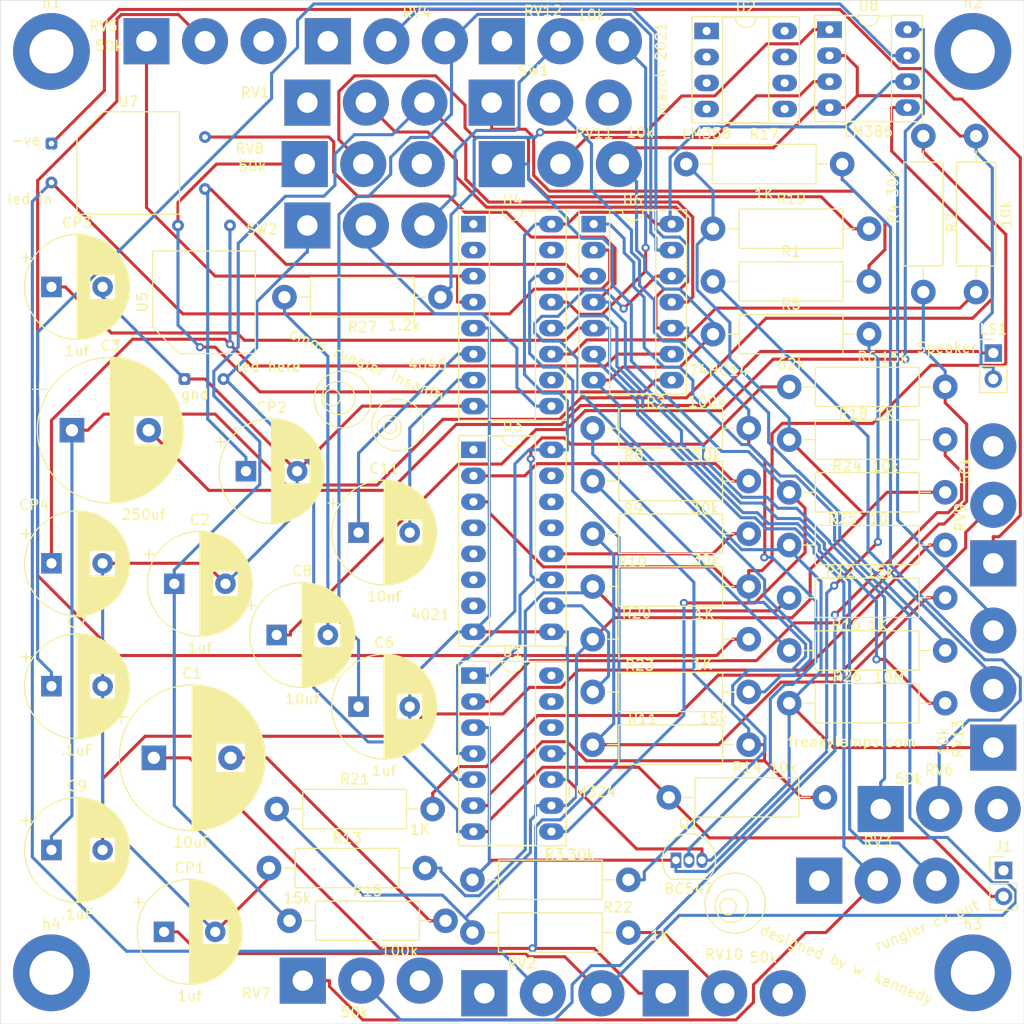
<source format=kicad_pcb>
(kicad_pcb (version 20171130) (host pcbnew "(5.1.4)-1")
  (layers (0 F.Cu signal hide) (31 B.Cu signal hide) (34 B.Paste user) (35 F.Paste user) (36 B.SilkS user) (37 F.SilkS user) (38 B.Mask user) (39 F.Mask user) (44 Edge.Cuts user))
  (net 0 "")
  (net 1 "Net-(C1-Pad2)")
  (net 2 triangleCLK2)
  (net 3 GND)
  (net 4 "Net-(C2-Pad1)")
  (net 5 "Net-(C3-Pad2)")
  (net 6 "Net-(C3-Pad1)")
  (net 7 "Net-(C6-Pad1)")
  (net 8 "Net-(C7-Pad1)")
  (net 9 "Net-(C8-Pad2)")
  (net 10 "Net-(C8-Pad1)")
  (net 11 "Net-(C9-Pad2)")
  (net 12 "Net-(C11-Pad2)")
  (net 13 "Net-(C11-Pad1)")
  (net 14 "Net-(CP1-Pad1)")
  (net 15 "Net-(CP2-Pad1)")
  (net 16 "Net-(CP3-Pad1)")
  (net 17 "Net-(CP4-Pad1)")
  (net 18 rungCV)
  (net 19 "Net-(J1-Pad1)")
  (net 20 "Net-(Q1-Pad1)")
  (net 21 "Net-(Q1-Pad2)")
  (net 22 "Net-(R1-Pad2)")
  (net 23 "Net-(R1-Pad1)")
  (net 24 rungCLK2)
  (net 25 "Net-(R10-Pad2)")
  (net 26 "Net-(R4-Pad1)")
  (net 27 "Net-(R6-Pad1)")
  (net 28 "Net-(R7-Pad1)")
  (net 29 "Net-(R8-Pad2)")
  (net 30 "Net-(R11-Pad2)")
  (net 31 "Net-(R9-Pad2)")
  (net 32 "Net-(R11-Pad1)")
  (net 33 "Net-(R10-Pad1)")
  (net 34 "Net-(R16-Pad2)")
  (net 35 "Net-(R17-Pad2)")
  (net 36 "Net-(R17-Pad1)")
  (net 37 "Net-(R18-Pad2)")
  (net 38 "Net-(R19-Pad2)")
  (net 39 "Net-(R20-Pad2)")
  (net 40 "Net-(R21-Pad2)")
  (net 41 "Net-(R22-Pad2)")
  (net 42 "Net-(R23-Pad2)")
  (net 43 CLK)
  (net 44 "Net-(R24-Pad1)")
  (net 45 "Net-(R26-Pad2)")
  (net 46 "Net-(R27-Pad1)")
  (net 47 "Net-(RV1-Pad1)")
  (net 48 "Net-(RV2-Pad1)")
  (net 49 "Net-(RV3-Pad2)")
  (net 50 "Net-(RV3-Pad1)")
  (net 51 "Net-(RV4-Pad1)")
  (net 52 "Net-(RV5-Pad3)")
  (net 53 VCOout)
  (net 54 "Net-(RV6-Pad3)")
  (net 55 "Net-(RV6-Pad1)")
  (net 56 "Net-(RV7-Pad3)")
  (net 57 "Net-(RV8-Pad3)")
  (net 58 "Net-(RV8-Pad1)")
  (net 59 "Net-(RV9-Pad3)")
  (net 60 "Net-(RV9-Pad1)")
  (net 61 "Net-(RV10-Pad3)")
  (net 62 "Net-(RV11-Pad2)")
  (net 63 "Net-(RV12-Pad3)")
  (net 64 "Net-(RV12-Pad2)")
  (net 65 "Net-(RV12-Pad1)")
  (net 66 +12V)
  (net 67 "Net-(SW1-Pad3)")
  (net 68 "Net-(SW2-Pad2)")
  (net 69 "Net-(U1-Pad14)")
  (net 70 "Net-(U1-Pad13)")
  (net 71 "Net-(U1-Pad12)")
  (net 72 "Net-(U2-Pad7)")
  (net 73 "Net-(U2-Pad6)")
  (net 74 "Net-(U2-Pad5)")
  (net 75 "Net-(U3-Pad15)")
  (net 76 "Net-(U3-Pad7)")
  (net 77 "Net-(U3-Pad14)")
  (net 78 "Net-(U3-Pad6)")
  (net 79 "Net-(U3-Pad13)")
  (net 80 "Net-(U3-Pad5)")
  (net 81 "Net-(U3-Pad4)")
  (net 82 "Net-(U3-Pad1)")
  (net 83 "Net-(U4-Pad15)")
  (net 84 "Net-(U4-Pad10)")
  (net 85 "Net-(U4-Pad2)")
  (net 86 "Net-(U4-Pad1)")
  (net 87 ledin)
  (module MountingHole:MountingHole_4.3mm_M4_DIN965_Pad (layer F.Cu) (at 102 138)
    (fp_text reference h4 (at 0 -4.75) (layer F.SilkS))
    (fp_text value MountingHole_4.3mm_M4_DIN965_Pad)
    (pad 1 thru_hole circle (at 0 0) (size 7.5 7.5) (drill 4.3) (layers *.Cu *.Mask))
  )
  (module MountingHole:MountingHole_4.3mm_M4_DIN965_Pad (layer F.Cu) (at 192 138)
    (fp_text reference h3 (at 0 -4.75) (layer F.SilkS))
    (fp_text value MountingHole_4.3mm_M4_DIN965_Pad)
    (pad 1 thru_hole circle (at 0 0) (size 7.5 7.5) (drill 4.3) (layers *.Cu *.Mask))
  )
  (module MountingHole:MountingHole_4.3mm_M4_DIN965_Pad (layer F.Cu) (at 192 48)
    (fp_text reference h2 (at 0 -4.75) (layer F.SilkS))
    (fp_text value MountingHole_4.3mm_M4_DIN965_Pad)
    (pad 1 thru_hole circle (at 0 0) (size 7.5 7.5) (drill 4.3) (layers *.Cu *.Mask))
  )
  (module MountingHole:MountingHole_4.3mm_M4_DIN965_Pad (layer F.Cu) (at 102 48)
    (fp_text reference h1 (at 0 -4.75) (layer F.SilkS))
    (fp_text value MountingHole_4.3mm_M4_DIN965_Pad)
    (pad 1 thru_hole circle (at 0 0) (size 7.5 7.5) (drill 4.3) (layers *.Cu *.Mask))
  )
  (module Package_DIP:DIP-8_W7.62mm_Socket_LongPads (layer F.Cu) (at 178 45.8648)
    (fp_text reference U8 (at 3.81 -2.33) (layer F.SilkS))
    (fp_text value LM386 (at 3.81 9.95) (layer F.SilkS))
    (pad 8 thru_hole oval (at 7.62 0) (size 2.4 1.6) (drill 0.8) (layers *.Cu *.Mask) (net 10 "Net-(C8-Pad1)"))
    (pad 4 thru_hole oval (at 0 7.62) (size 2.4 1.6) (drill 0.8) (layers *.Cu *.Mask) (net 3 GND))
    (pad 7 thru_hole oval (at 7.62 2.54) (size 2.4 1.6) (drill 0.8) (layers *.Cu *.Mask) (net 8 "Net-(C7-Pad1)"))
    (pad 3 thru_hole oval (at 0 5.08) (size 2.4 1.6) (drill 0.8) (layers *.Cu *.Mask) (net 62 "Net-(RV11-Pad2)"))
    (pad 6 thru_hole oval (at 7.62 5.08) (size 2.4 1.6) (drill 0.8) (layers *.Cu *.Mask) (net 66 +12V))
    (pad 2 thru_hole oval (at 0 2.54) (size 2.4 1.6) (drill 0.8) (layers *.Cu *.Mask) (net 3 GND))
    (pad 5 thru_hole oval (at 7.62 7.62) (size 2.4 1.6) (drill 0.8) (layers *.Cu *.Mask) (net 6 "Net-(C3-Pad1)"))
    (pad 1 thru_hole rect (at 0 0) (size 2.4 1.6) (drill 0.8) (layers *.Cu *.Mask) (net 46 "Net-(R27-Pad1)"))
  )
  (module OptoDevice:PerkinElmer_VTL5C (layer F.Cu) (at 102 57)
    (fp_text reference U7 (at 7.5 -4.1) (layer F.SilkS))
    (fp_text value VTL5C)
    (pad 2 thru_hole circle (at 0 3.8) (size 1.15 1.15) (drill 0.55) (layers *.Cu *.Mask) (net 87 ledin))
    (pad 4 thru_hole circle (at 15 4.44) (size 1.15 1.15) (drill 0.55) (layers *.Cu *.Mask) (net 15 "Net-(CP2-Pad1)"))
    (pad 3 thru_hole circle (at 15 -0.64) (size 1.15 1.15) (drill 0.55) (layers *.Cu *.Mask) (net 55 "Net-(RV6-Pad1)"))
    (pad 1 thru_hole roundrect (at 0 0) (size 1.15 1.15) (drill 0.55) (layers *.Cu *.Mask) (net 60 "Net-(RV9-Pad1)"))
  )
  (module Package_DIP:DIP-14_W7.62mm_Socket_LongPads (layer F.Cu) (at 154.972 64.8648)
    (fp_text reference U6 (at 3.81 -2.33) (layer F.SilkS))
    (fp_text value 74HC14 (at 12.20064 14.31716) (layer F.SilkS))
    (pad 14 thru_hole oval (at 7.62 0) (size 2.4 1.6) (drill 0.8) (layers *.Cu *.Mask) (net 66 +12V))
    (pad 7 thru_hole oval (at 0 15.24) (size 2.4 1.6) (drill 0.8) (layers *.Cu *.Mask) (net 3 GND))
    (pad 13 thru_hole oval (at 7.62 2.54) (size 2.4 1.6) (drill 0.8) (layers *.Cu *.Mask) (net 7 "Net-(C6-Pad1)"))
    (pad 6 thru_hole oval (at 0 12.7) (size 2.4 1.6) (drill 0.8) (layers *.Cu *.Mask) (net 49 "Net-(RV3-Pad2)"))
    (pad 12 thru_hole oval (at 7.62 5.08) (size 2.4 1.6) (drill 0.8) (layers *.Cu *.Mask) (net 42 "Net-(R23-Pad2)"))
    (pad 5 thru_hole oval (at 0 10.16) (size 2.4 1.6) (drill 0.8) (layers *.Cu *.Mask) (net 16 "Net-(CP3-Pad1)"))
    (pad 11 thru_hole oval (at 7.62 7.62) (size 2.4 1.6) (drill 0.8) (layers *.Cu *.Mask) (net 4 "Net-(C2-Pad1)"))
    (pad 4 thru_hole oval (at 0 7.62) (size 2.4 1.6) (drill 0.8) (layers *.Cu *.Mask) (net 55 "Net-(RV6-Pad1)"))
    (pad 10 thru_hole oval (at 7.62 10.16) (size 2.4 1.6) (drill 0.8) (layers *.Cu *.Mask) (net 34 "Net-(R16-Pad2)"))
    (pad 3 thru_hole oval (at 0 5.08) (size 2.4 1.6) (drill 0.8) (layers *.Cu *.Mask) (net 15 "Net-(CP2-Pad1)"))
    (pad 9 thru_hole oval (at 7.62 12.7) (size 2.4 1.6) (drill 0.8) (layers *.Cu *.Mask) (net 17 "Net-(CP4-Pad1)"))
    (pad 2 thru_hole oval (at 0 2.54) (size 2.4 1.6) (drill 0.8) (layers *.Cu *.Mask) (net 87 ledin))
    (pad 8 thru_hole oval (at 7.62 15.24) (size 2.4 1.6) (drill 0.8) (layers *.Cu *.Mask) (net 58 "Net-(RV8-Pad1)"))
    (pad 1 thru_hole rect (at 0 0) (size 2.4 1.6) (drill 0.8) (layers *.Cu *.Mask) (net 14 "Net-(CP1-Pad1)"))
  )
  (module OptoDevice:PerkinElmer_VTL5C (layer F.Cu) (at 115 80 90)
    (fp_text reference U5 (at 7.5 -4.1 90) (layer F.SilkS))
    (fp_text value VTL5C)
    (pad 2 thru_hole circle (at 0 3.8 90) (size 1.15 1.15) (drill 0.55) (layers *.Cu *.Mask) (net 18 rungCV))
    (pad 4 thru_hole circle (at 15 4.44 90) (size 1.15 1.15) (drill 0.55) (layers *.Cu *.Mask) (net 17 "Net-(CP4-Pad1)"))
    (pad 3 thru_hole circle (at 15 -0.64 90) (size 1.15 1.15) (drill 0.55) (layers *.Cu *.Mask) (net 58 "Net-(RV8-Pad1)"))
    (pad 1 thru_hole roundrect (at 0 0 90) (size 1.15 1.15) (drill 0.55) (layers *.Cu *.Mask) (net 3 GND))
  )
  (module Package_DIP:DIP-16_W7.62mm_Socket_LongPads (layer F.Cu) (at 143.222 64.8648)
    (fp_text reference U4 (at 3.81 -2.33) (layer F.SilkS))
    (fp_text value 4046 (at -4.4872 13.71264) (layer F.SilkS))
    (pad 16 thru_hole oval (at 7.62 0) (size 2.4 1.6) (drill 0.8) (layers *.Cu *.Mask) (net 66 +12V))
    (pad 8 thru_hole oval (at 0 17.78) (size 2.4 1.6) (drill 0.8) (layers *.Cu *.Mask) (net 3 GND))
    (pad 15 thru_hole oval (at 7.62 2.54) (size 2.4 1.6) (drill 0.8) (layers *.Cu *.Mask) (net 83 "Net-(U4-Pad15)"))
    (pad 7 thru_hole oval (at 0 15.24) (size 2.4 1.6) (drill 0.8) (layers *.Cu *.Mask) (net 12 "Net-(C11-Pad2)"))
    (pad 14 thru_hole oval (at 7.62 5.08) (size 2.4 1.6) (drill 0.8) (layers *.Cu *.Mask) (net 2 triangleCLK2))
    (pad 6 thru_hole oval (at 0 12.7) (size 2.4 1.6) (drill 0.8) (layers *.Cu *.Mask) (net 13 "Net-(C11-Pad1)"))
    (pad 13 thru_hole oval (at 7.62 7.62) (size 2.4 1.6) (drill 0.8) (layers *.Cu *.Mask) (net 63 "Net-(RV12-Pad3)"))
    (pad 5 thru_hole oval (at 0 10.16) (size 2.4 1.6) (drill 0.8) (layers *.Cu *.Mask) (net 3 GND))
    (pad 12 thru_hole oval (at 7.62 10.16) (size 2.4 1.6) (drill 0.8) (layers *.Cu *.Mask) (net 45 "Net-(R26-Pad2)"))
    (pad 4 thru_hole oval (at 0 7.62) (size 2.4 1.6) (drill 0.8) (layers *.Cu *.Mask) (net 53 VCOout))
    (pad 11 thru_hole oval (at 7.62 12.7) (size 2.4 1.6) (drill 0.8) (layers *.Cu *.Mask) (net 28 "Net-(R7-Pad1)"))
    (pad 3 thru_hole oval (at 0 5.08) (size 2.4 1.6) (drill 0.8) (layers *.Cu *.Mask) (net 53 VCOout))
    (pad 10 thru_hole oval (at 7.62 15.24) (size 2.4 1.6) (drill 0.8) (layers *.Cu *.Mask) (net 84 "Net-(U4-Pad10)"))
    (pad 2 thru_hole oval (at 0 2.54) (size 2.4 1.6) (drill 0.8) (layers *.Cu *.Mask) (net 85 "Net-(U4-Pad2)"))
    (pad 9 thru_hole oval (at 7.62 17.78) (size 2.4 1.6) (drill 0.8) (layers *.Cu *.Mask) (net 68 "Net-(SW2-Pad2)"))
    (pad 1 thru_hole rect (at 0 0) (size 2.4 1.6) (drill 0.8) (layers *.Cu *.Mask) (net 86 "Net-(U4-Pad1)"))
  )
  (module Package_DIP:DIP-16_W7.62mm_Socket_LongPads (layer F.Cu) (at 143.222 86.9148)
    (fp_text reference U3 (at 3.81 -2.33) (layer F.SilkS))
    (fp_text value 4021 (at -4.2078 16.11268) (layer F.SilkS))
    (pad 16 thru_hole oval (at 7.62 0) (size 2.4 1.6) (drill 0.8) (layers *.Cu *.Mask) (net 66 +12V))
    (pad 8 thru_hole oval (at 0 17.78) (size 2.4 1.6) (drill 0.8) (layers *.Cu *.Mask) (net 3 GND))
    (pad 15 thru_hole oval (at 7.62 2.54) (size 2.4 1.6) (drill 0.8) (layers *.Cu *.Mask) (net 75 "Net-(U3-Pad15)"))
    (pad 7 thru_hole oval (at 0 15.24) (size 2.4 1.6) (drill 0.8) (layers *.Cu *.Mask) (net 76 "Net-(U3-Pad7)"))
    (pad 14 thru_hole oval (at 7.62 5.08) (size 2.4 1.6) (drill 0.8) (layers *.Cu *.Mask) (net 77 "Net-(U3-Pad14)"))
    (pad 6 thru_hole oval (at 0 12.7) (size 2.4 1.6) (drill 0.8) (layers *.Cu *.Mask) (net 78 "Net-(U3-Pad6)"))
    (pad 13 thru_hole oval (at 7.62 7.62) (size 2.4 1.6) (drill 0.8) (layers *.Cu *.Mask) (net 79 "Net-(U3-Pad13)"))
    (pad 5 thru_hole oval (at 0 10.16) (size 2.4 1.6) (drill 0.8) (layers *.Cu *.Mask) (net 80 "Net-(U3-Pad5)"))
    (pad 12 thru_hole oval (at 7.62 10.16) (size 2.4 1.6) (drill 0.8) (layers *.Cu *.Mask) (net 31 "Net-(R9-Pad2)"))
    (pad 4 thru_hole oval (at 0 7.62) (size 2.4 1.6) (drill 0.8) (layers *.Cu *.Mask) (net 81 "Net-(U3-Pad4)"))
    (pad 11 thru_hole oval (at 7.62 12.7) (size 2.4 1.6) (drill 0.8) (layers *.Cu *.Mask) (net 27 "Net-(R6-Pad1)"))
    (pad 3 thru_hole oval (at 0 5.08) (size 2.4 1.6) (drill 0.8) (layers *.Cu *.Mask) (net 25 "Net-(R10-Pad2)"))
    (pad 10 thru_hole oval (at 7.62 15.24) (size 2.4 1.6) (drill 0.8) (layers *.Cu *.Mask) (net 43 CLK))
    (pad 2 thru_hole oval (at 0 2.54) (size 2.4 1.6) (drill 0.8) (layers *.Cu *.Mask) (net 29 "Net-(R8-Pad2)"))
    (pad 9 thru_hole oval (at 7.62 17.78) (size 2.4 1.6) (drill 0.8) (layers *.Cu *.Mask) (net 3 GND))
    (pad 1 thru_hole rect (at 0 0) (size 2.4 1.6) (drill 0.8) (layers *.Cu *.Mask) (net 82 "Net-(U3-Pad1)"))
  )
  (module Package_DIP:DIP-8_W7.62mm_Socket_LongPads (layer F.Cu) (at 166 46)
    (fp_text reference U2 (at 3.81 -2.33) (layer F.SilkS))
    (fp_text value LM358 (at 0 10) (layer F.SilkS))
    (pad 8 thru_hole oval (at 7.62 0) (size 2.4 1.6) (drill 0.8) (layers *.Cu *.Mask))
    (pad 4 thru_hole oval (at 0 7.62) (size 2.4 1.6) (drill 0.8) (layers *.Cu *.Mask))
    (pad 7 thru_hole oval (at 7.62 2.54) (size 2.4 1.6) (drill 0.8) (layers *.Cu *.Mask) (net 72 "Net-(U2-Pad7)"))
    (pad 3 thru_hole oval (at 0 5.08) (size 2.4 1.6) (drill 0.8) (layers *.Cu *.Mask))
    (pad 6 thru_hole oval (at 7.62 5.08) (size 2.4 1.6) (drill 0.8) (layers *.Cu *.Mask) (net 73 "Net-(U2-Pad6)"))
    (pad 2 thru_hole oval (at 0 2.54) (size 2.4 1.6) (drill 0.8) (layers *.Cu *.Mask))
    (pad 5 thru_hole oval (at 7.62 7.62) (size 2.4 1.6) (drill 0.8) (layers *.Cu *.Mask) (net 74 "Net-(U2-Pad5)"))
    (pad 1 thru_hole rect (at 0 0) (size 2.4 1.6) (drill 0.8) (layers *.Cu *.Mask))
  )
  (module Package_DIP:DIP-14_W7.62mm_Socket_LongPads (layer F.Cu) (at 143.222 108.965)
    (fp_text reference U1 (at 3.81 -2.33) (layer F.SilkS))
    (fp_text value LM324 (at 11.51988 11.37004) (layer F.SilkS))
    (pad 14 thru_hole oval (at 7.62 0) (size 2.4 1.6) (drill 0.8) (layers *.Cu *.Mask) (net 69 "Net-(U1-Pad14)"))
    (pad 7 thru_hole oval (at 0 15.24) (size 2.4 1.6) (drill 0.8) (layers *.Cu *.Mask) (net 18 rungCV))
    (pad 13 thru_hole oval (at 7.62 2.54) (size 2.4 1.6) (drill 0.8) (layers *.Cu *.Mask) (net 70 "Net-(U1-Pad13)"))
    (pad 6 thru_hole oval (at 0 12.7) (size 2.4 1.6) (drill 0.8) (layers *.Cu *.Mask) (net 30 "Net-(R11-Pad2)"))
    (pad 12 thru_hole oval (at 7.62 5.08) (size 2.4 1.6) (drill 0.8) (layers *.Cu *.Mask) (net 71 "Net-(U1-Pad12)"))
    (pad 5 thru_hole oval (at 0 10.16) (size 2.4 1.6) (drill 0.8) (layers *.Cu *.Mask) (net 3 GND))
    (pad 11 thru_hole oval (at 7.62 7.62) (size 2.4 1.6) (drill 0.8) (layers *.Cu *.Mask) (net 3 GND))
    (pad 4 thru_hole oval (at 0 7.62) (size 2.4 1.6) (drill 0.8) (layers *.Cu *.Mask) (net 66 +12V))
    (pad 10 thru_hole oval (at 7.62 10.16) (size 2.4 1.6) (drill 0.8) (layers *.Cu *.Mask) (net 3 GND))
    (pad 3 thru_hole oval (at 0 5.08) (size 2.4 1.6) (drill 0.8) (layers *.Cu *.Mask) (net 20 "Net-(Q1-Pad1)"))
    (pad 9 thru_hole oval (at 7.62 12.7) (size 2.4 1.6) (drill 0.8) (layers *.Cu *.Mask) (net 36 "Net-(R17-Pad1)"))
    (pad 2 thru_hole oval (at 0 2.54) (size 2.4 1.6) (drill 0.8) (layers *.Cu *.Mask) (net 26 "Net-(R4-Pad1)"))
    (pad 8 thru_hole oval (at 7.62 15.24) (size 2.4 1.6) (drill 0.8) (layers *.Cu *.Mask) (net 44 "Net-(R24-Pad1)"))
    (pad 1 thru_hole rect (at 0 0) (size 2.4 1.6) (drill 0.8) (layers *.Cu *.Mask) (net 27 "Net-(R6-Pad1)"))
  )
  (module Connector_Wire:SolderWirePad_1x03_P5.715mm_Drill2mm (layer F.Cu) (at 127 65)
    (fp_text reference SW2 (at -4.45008 0.36944) (layer F.SilkS))
    (fp_text value SW_SPDT)
    (pad 3 thru_hole circle (at 11.43 0) (size 4.50088 4.50088) (drill 1.99898) (layers *.Cu *.Mask) (net 64 "Net-(RV12-Pad2)"))
    (pad 2 thru_hole circle (at 5.715 0) (size 4.50088 4.50088) (drill 1.99898) (layers *.Cu *.Mask) (net 68 "Net-(SW2-Pad2)"))
    (pad 1 thru_hole rect (at 0 0) (size 4.50088 4.50088) (drill 1.99898) (layers *.Cu *.Mask) (net 18 rungCV))
  )
  (module Connector_Wire:SolderWirePad_1x03_P5.715mm_Drill2mm (layer F.Cu) (at 145 53)
    (fp_text reference SW1 (at 4.08784 -3.1144) (layer F.SilkS))
    (fp_text value SW_SPDT)
    (pad 3 thru_hole circle (at 11.43 0) (size 4.50088 4.50088) (drill 1.99898) (layers *.Cu *.Mask) (net 67 "Net-(SW1-Pad3)"))
    (pad 2 thru_hole circle (at 5.715 0) (size 4.50088 4.50088) (drill 1.99898) (layers *.Cu *.Mask) (net 21 "Net-(Q1-Pad2)"))
    (pad 1 thru_hole rect (at 0 0) (size 4.50088 4.50088) (drill 1.99898) (layers *.Cu *.Mask) (net 22 "Net-(R1-Pad2)"))
  )
  (module Connector_Wire:SolderWirePad_1x03_P5.715mm_Drill2mm (layer F.Cu) (at 194 116 90)
    (fp_text reference RV13 (at 0.8618 -3.43904 90) (layer F.SilkS))
    (fp_text value 10k (at 0.6078 -4.91224 90) (layer F.SilkS))
    (pad 3 thru_hole circle (at 11.43 0 90) (size 4.50088 4.50088) (drill 1.99898) (layers *.Cu *.Mask) (net 66 +12V))
    (pad 2 thru_hole circle (at 5.715 0 90) (size 4.50088 4.50088) (drill 1.99898) (layers *.Cu *.Mask) (net 23 "Net-(R1-Pad1)"))
    (pad 1 thru_hole rect (at 0 0 90) (size 4.50088 4.50088) (drill 1.99898) (layers *.Cu *.Mask) (net 3 GND))
  )
  (module Connector_Wire:SolderWirePad_1x03_P5.715mm_Drill2mm (layer F.Cu) (at 146 47)
    (fp_text reference RV12 (at 4.00224 -2.96148) (layer F.SilkS))
    (fp_text value 10k (at 8.7114 -2.56016) (layer F.SilkS))
    (pad 3 thru_hole circle (at 11.43 0) (size 4.50088 4.50088) (drill 1.99898) (layers *.Cu *.Mask) (net 63 "Net-(RV12-Pad3)"))
    (pad 2 thru_hole circle (at 5.715 0) (size 4.50088 4.50088) (drill 1.99898) (layers *.Cu *.Mask) (net 64 "Net-(RV12-Pad2)"))
    (pad 1 thru_hole rect (at 0 0) (size 4.50088 4.50088) (drill 1.99898) (layers *.Cu *.Mask) (net 65 "Net-(RV12-Pad1)"))
  )
  (module Connector_Wire:SolderWirePad_1x03_P5.715mm_Drill2mm (layer F.Cu) (at 146 59)
    (fp_text reference RV11 (at 9 -3) (layer F.SilkS))
    (fp_text value 10k (at 13.52216 -3.08952) (layer F.SilkS))
    (pad 3 thru_hole circle (at 11.43 0) (size 4.50088 4.50088) (drill 1.99898) (layers *.Cu *.Mask) (net 3 GND))
    (pad 2 thru_hole circle (at 5.715 0) (size 4.50088 4.50088) (drill 1.99898) (layers *.Cu *.Mask) (net 62 "Net-(RV11-Pad2)"))
    (pad 1 thru_hole rect (at 0 0) (size 4.50088 4.50088) (drill 1.99898) (layers *.Cu *.Mask) (net 44 "Net-(R24-Pad1)"))
  )
  (module Connector_Wire:SolderWirePad_1x03_P5.715mm_Drill2mm (layer F.Cu) (at 162 140)
    (fp_text reference RV10 (at 5.715 -3.81) (layer F.SilkS))
    (fp_text value 50k (at 9.56684 -3.49532) (layer F.SilkS))
    (pad 3 thru_hole circle (at 11.43 0) (size 4.50088 4.50088) (drill 1.99898) (layers *.Cu *.Mask) (net 61 "Net-(RV10-Pad3)"))
    (pad 2 thru_hole circle (at 5.715 0) (size 4.50088 4.50088) (drill 1.99898) (layers *.Cu *.Mask) (net 41 "Net-(R22-Pad2)"))
    (pad 1 thru_hole rect (at 0 0) (size 4.50088 4.50088) (drill 1.99898) (layers *.Cu *.Mask) (net 2 triangleCLK2))
  )
  (module Connector_Wire:SolderWirePad_1x03_P5.715mm_Drill2mm (layer F.Cu) (at 194 98 90)
    (fp_text reference RV9 (at 4.48736 -3.21044 90) (layer F.SilkS))
    (fp_text value 50k (at 9.04412 -2.70752 90) (layer F.SilkS))
    (pad 3 thru_hole circle (at 11.43 0 90) (size 4.50088 4.50088) (drill 1.99898) (layers *.Cu *.Mask) (net 59 "Net-(RV9-Pad3)"))
    (pad 2 thru_hole circle (at 5.715 0 90) (size 4.50088 4.50088) (drill 1.99898) (layers *.Cu *.Mask) (net 40 "Net-(R21-Pad2)"))
    (pad 1 thru_hole rect (at 0 0 90) (size 4.50088 4.50088) (drill 1.99898) (layers *.Cu *.Mask) (net 60 "Net-(RV9-Pad1)"))
  )
  (module Connector_Wire:SolderWirePad_1x03_P5.715mm_Drill2mm (layer F.Cu) (at 126.742 59)
    (fp_text reference RV8 (at -5.37572 -1.50964) (layer F.SilkS))
    (fp_text value 50k (at -5.13188 0.18708) (layer F.SilkS))
    (pad 3 thru_hole circle (at 11.43 0) (size 4.50088 4.50088) (drill 1.99898) (layers *.Cu *.Mask) (net 57 "Net-(RV8-Pad3)"))
    (pad 2 thru_hole circle (at 5.715 0) (size 4.50088 4.50088) (drill 1.99898) (layers *.Cu *.Mask) (net 38 "Net-(R19-Pad2)"))
    (pad 1 thru_hole rect (at 0 0) (size 4.50088 4.50088) (drill 1.99898) (layers *.Cu *.Mask) (net 58 "Net-(RV8-Pad1)"))
  )
  (module Connector_Wire:SolderWirePad_1x03_P5.715mm_Drill2mm (layer F.Cu) (at 126.552 138.765)
    (fp_text reference RV7 (at -4.552 1.235) (layer F.SilkS))
    (fp_text value 50k (at 5.05556 3.08892) (layer F.SilkS))
    (pad 3 thru_hole circle (at 11.43 0) (size 4.50088 4.50088) (drill 1.99898) (layers *.Cu *.Mask) (net 56 "Net-(RV7-Pad3)"))
    (pad 2 thru_hole circle (at 5.715 0) (size 4.50088 4.50088) (drill 1.99898) (layers *.Cu *.Mask) (net 37 "Net-(R18-Pad2)"))
    (pad 1 thru_hole rect (at 0 0) (size 4.50088 4.50088) (drill 1.99898) (layers *.Cu *.Mask) (net 49 "Net-(RV3-Pad2)"))
  )
  (module Connector_Wire:SolderWirePad_1x03_P5.715mm_Drill2mm (layer F.Cu) (at 183 122)
    (fp_text reference RV6 (at 5.715 -3.81) (layer F.SilkS))
    (fp_text value 50k (at 2.74004 -2.93496) (layer F.SilkS))
    (pad 3 thru_hole circle (at 11.43 0) (size 4.50088 4.50088) (drill 1.99898) (layers *.Cu *.Mask) (net 54 "Net-(RV6-Pad3)"))
    (pad 2 thru_hole circle (at 5.715 0) (size 4.50088 4.50088) (drill 1.99898) (layers *.Cu *.Mask) (net 35 "Net-(R17-Pad2)"))
    (pad 1 thru_hole rect (at 0 0) (size 4.50088 4.50088) (drill 1.99898) (layers *.Cu *.Mask) (net 55 "Net-(RV6-Pad1)"))
  )
  (module Connector_Wire:SolderWirePad_1x03_P5.715mm_Drill2mm (layer F.Cu) (at 111.285 47)
    (fp_text reference RV5 (at -4.20368 -1.47812) (layer F.SilkS))
    (fp_text value 50k (at -3.68044 0.45736) (layer F.SilkS))
    (pad 3 thru_hole circle (at 11.43 0) (size 4.50088 4.50088) (drill 1.99898) (layers *.Cu *.Mask) (net 52 "Net-(RV5-Pad3)"))
    (pad 2 thru_hole circle (at 5.715 0) (size 4.50088 4.50088) (drill 1.99898) (layers *.Cu *.Mask) (net 39 "Net-(R20-Pad2)"))
    (pad 1 thru_hole rect (at 0 0) (size 4.50088 4.50088) (drill 1.99898) (layers *.Cu *.Mask) (net 53 VCOout))
  )
  (module Connector_Wire:SolderWirePad_1x03_P5.715mm_Drill2mm (layer F.Cu) (at 129 47)
    (fp_text reference RV4 (at 8.67816 -2.78876) (layer F.SilkS))
    (fp_text value R_POT_US)
    (pad 3 thru_hole circle (at 11.43 0) (size 4.50088 4.50088) (drill 1.99898) (layers *.Cu *.Mask) (net 7 "Net-(C6-Pad1)"))
    (pad 2 thru_hole circle (at 5.715 0) (size 4.50088 4.50088) (drill 1.99898) (layers *.Cu *.Mask) (net 42 "Net-(R23-Pad2)"))
    (pad 1 thru_hole rect (at 0 0) (size 4.50088 4.50088) (drill 1.99898) (layers *.Cu *.Mask) (net 51 "Net-(RV4-Pad1)"))
  )
  (module Connector_Wire:SolderWirePad_1x03_P5.715mm_Drill2mm (layer F.Cu) (at 177 129)
    (fp_text reference RV3 (at 5.715 -3.81) (layer F.SilkS))
    (fp_text value R_POT_US)
    (pad 3 thru_hole circle (at 11.43 0) (size 4.50088 4.50088) (drill 1.99898) (layers *.Cu *.Mask) (net 16 "Net-(CP3-Pad1)"))
    (pad 2 thru_hole circle (at 5.715 0) (size 4.50088 4.50088) (drill 1.99898) (layers *.Cu *.Mask) (net 49 "Net-(RV3-Pad2)"))
    (pad 1 thru_hole rect (at 0 0) (size 4.50088 4.50088) (drill 1.99898) (layers *.Cu *.Mask) (net 50 "Net-(RV3-Pad1)"))
  )
  (module Connector_Wire:SolderWirePad_1x03_P5.715mm_Drill2mm (layer F.Cu) (at 144.285 140)
    (fp_text reference RV2 (at 3.64968 -2.93652) (layer F.SilkS))
    (fp_text value R_POT_US)
    (pad 3 thru_hole circle (at 11.43 0) (size 4.50088 4.50088) (drill 1.99898) (layers *.Cu *.Mask) (net 14 "Net-(CP1-Pad1)"))
    (pad 2 thru_hole circle (at 5.715 0) (size 4.50088 4.50088) (drill 1.99898) (layers *.Cu *.Mask) (net 87 ledin))
    (pad 1 thru_hole rect (at 0 0) (size 4.50088 4.50088) (drill 1.99898) (layers *.Cu *.Mask) (net 48 "Net-(RV2-Pad1)"))
  )
  (module Connector_Wire:SolderWirePad_1x03_P5.715mm_Drill2mm (layer F.Cu) (at 127 53)
    (fp_text reference RV1 (at -5.1054 -0.97064) (layer F.SilkS))
    (fp_text value 10k)
    (pad 3 thru_hole circle (at 11.43 0) (size 4.50088 4.50088) (drill 1.99898) (layers *.Cu *.Mask) (net 4 "Net-(C2-Pad1)"))
    (pad 2 thru_hole circle (at 5.715 0) (size 4.50088 4.50088) (drill 1.99898) (layers *.Cu *.Mask) (net 34 "Net-(R16-Pad2)"))
    (pad 1 thru_hole rect (at 0 0) (size 4.50088 4.50088) (drill 1.99898) (layers *.Cu *.Mask) (net 47 "Net-(RV1-Pad1)"))
  )
  (module Resistor_THT:R_Axial_DIN0411_L9.9mm_D3.6mm_P15.24mm_Horizontal (layer F.Cu) (at 140 72 180)
    (fp_text reference R27 (at 7.62 -2.92) (layer F.SilkS))
    (fp_text value 1.2k (at 3.56136 -2.73696) (layer F.SilkS))
    (pad 2 thru_hole oval (at 15.24 0 180) (size 2.4 2.4) (drill 1.2) (layers *.Cu *.Mask) (net 9 "Net-(C8-Pad2)"))
    (pad 1 thru_hole circle (at 0 0 180) (size 2.4 2.4) (drill 1.2) (layers *.Cu *.Mask) (net 46 "Net-(R27-Pad1)"))
  )
  (module Resistor_THT:R_Axial_DIN0411_L9.9mm_D3.6mm_P15.24mm_Horizontal (layer F.Cu) (at 174.062 111.665)
    (fp_text reference R26 (at 5.6684 -2.62788) (layer F.SilkS))
    (fp_text value 10M (at 9.76288 -2.5212) (layer F.SilkS))
    (pad 2 thru_hole oval (at 15.24 0) (size 2.4 2.4) (drill 1.2) (layers *.Cu *.Mask) (net 45 "Net-(R26-Pad2)"))
    (pad 1 thru_hole circle (at 0 0) (size 2.4 2.4) (drill 1.2) (layers *.Cu *.Mask) (net 3 GND))
  )
  (module Resistor_THT:R_Axial_DIN0411_L9.9mm_D3.6mm_P15.24mm_Horizontal (layer F.Cu) (at 174.062 96.2148)
    (fp_text reference R25 (at 5.20612 -2.58532) (layer F.SilkS))
    (fp_text value 10 (at 8.72656 -2.55992) (layer F.SilkS))
    (pad 2 thru_hole oval (at 15.24 0) (size 2.4 2.4) (drill 1.2) (layers *.Cu *.Mask) (net 11 "Net-(C9-Pad2)"))
    (pad 1 thru_hole circle (at 0 0) (size 2.4 2.4) (drill 1.2) (layers *.Cu *.Mask) (net 3 GND))
  )
  (module Resistor_THT:R_Axial_DIN0411_L9.9mm_D3.6mm_P15.24mm_Horizontal (layer F.Cu) (at 174.062 91.0648)
    (fp_text reference R24 (at 5.64808 -2.56612) (layer F.SilkS))
    (fp_text value 10k (at 9.38696 -2.55088) (layer F.SilkS))
    (pad 2 thru_hole oval (at 15.24 0) (size 2.4 2.4) (drill 1.2) (layers *.Cu *.Mask) (net 36 "Net-(R17-Pad1)"))
    (pad 1 thru_hole circle (at 0 0) (size 2.4 2.4) (drill 1.2) (layers *.Cu *.Mask) (net 44 "Net-(R24-Pad1)"))
  )
  (module Resistor_THT:R_Axial_DIN0411_L9.9mm_D3.6mm_P15.24mm_Horizontal (layer F.Cu) (at 154.872 110.565)
    (fp_text reference R23 (at 4.59936 -2.5896) (layer F.SilkS))
    (fp_text value 1K (at 10.74108 -2.67596) (layer F.SilkS))
    (pad 2 thru_hole oval (at 15.24 0) (size 2.4 2.4) (drill 1.2) (layers *.Cu *.Mask) (net 42 "Net-(R23-Pad2)"))
    (pad 1 thru_hole circle (at 0 0) (size 2.4 2.4) (drill 1.2) (layers *.Cu *.Mask) (net 43 CLK))
  )
  (module Resistor_THT:R_Axial_DIN0411_L9.9mm_D3.6mm_P15.24mm_Horizontal (layer F.Cu) (at 143.122 134.065)
    (fp_text reference R22 (at 14.19544 -2.4676) (layer F.SilkS))
    (fp_text value 1K (at 18.36104 0.26544) (layer F.SilkS))
    (pad 2 thru_hole oval (at 15.24 0) (size 2.4 2.4) (drill 1.2) (layers *.Cu *.Mask) (net 41 "Net-(R22-Pad2)"))
    (pad 1 thru_hole circle (at 0 0) (size 2.4 2.4) (drill 1.2) (layers *.Cu *.Mask) (net 36 "Net-(R17-Pad1)"))
  )
  (module Resistor_THT:R_Axial_DIN0411_L9.9mm_D3.6mm_P15.24mm_Horizontal (layer F.Cu) (at 124 122)
    (fp_text reference R21 (at 7.62 -2.92) (layer F.SilkS))
    (fp_text value 1K (at 14 2) (layer F.SilkS))
    (pad 2 thru_hole oval (at 15.24 0) (size 2.4 2.4) (drill 1.2) (layers *.Cu *.Mask) (net 40 "Net-(R21-Pad2)"))
    (pad 1 thru_hole circle (at 0 0) (size 2.4 2.4) (drill 1.2) (layers *.Cu *.Mask) (net 36 "Net-(R17-Pad1)"))
  )
  (module Resistor_THT:R_Axial_DIN0411_L9.9mm_D3.6mm_P15.24mm_Horizontal (layer F.Cu) (at 154.872 105.415)
    (fp_text reference R20 (at 4.27932 -2.53992) (layer F.SilkS))
    (fp_text value 1K (at 10.9138 -2.47388) (layer F.SilkS))
    (pad 2 thru_hole oval (at 15.24 0) (size 2.4 2.4) (drill 1.2) (layers *.Cu *.Mask) (net 39 "Net-(R20-Pad2)"))
    (pad 1 thru_hole circle (at 0 0) (size 2.4 2.4) (drill 1.2) (layers *.Cu *.Mask) (net 36 "Net-(R17-Pad1)"))
  )
  (module Resistor_THT:R_Axial_DIN0411_L9.9mm_D3.6mm_P15.24mm_Horizontal (layer F.Cu) (at 166.622 65.3148)
    (fp_text reference R19 (at 7.62 -2.92) (layer F.SilkS))
    (fp_text value 1K)
    (pad 2 thru_hole oval (at 15.24 0) (size 2.4 2.4) (drill 1.2) (layers *.Cu *.Mask) (net 38 "Net-(R19-Pad2)"))
    (pad 1 thru_hole circle (at 0 0) (size 2.4 2.4) (drill 1.2) (layers *.Cu *.Mask) (net 36 "Net-(R17-Pad1)"))
  )
  (module Resistor_THT:R_Axial_DIN0411_L9.9mm_D3.6mm_P15.24mm_Horizontal (layer F.Cu) (at 174.062 85.9148)
    (fp_text reference R18 (at 6.26784 -2.53676) (layer F.SilkS))
    (fp_text value 1K (at 9.36156 -2.5012) (layer F.SilkS))
    (pad 2 thru_hole oval (at 15.24 0) (size 2.4 2.4) (drill 1.2) (layers *.Cu *.Mask) (net 37 "Net-(R18-Pad2)"))
    (pad 1 thru_hole circle (at 0 0) (size 2.4 2.4) (drill 1.2) (layers *.Cu *.Mask) (net 36 "Net-(R17-Pad1)"))
  )
  (module Resistor_THT:R_Axial_DIN0411_L9.9mm_D3.6mm_P15.24mm_Horizontal (layer F.Cu) (at 164 59)
    (fp_text reference R17 (at 7.62 -2.92) (layer F.SilkS))
    (fp_text value 1K (at 7.62 2.92) (layer F.SilkS))
    (pad 2 thru_hole oval (at 15.24 0) (size 2.4 2.4) (drill 1.2) (layers *.Cu *.Mask) (net 35 "Net-(R17-Pad2)"))
    (pad 1 thru_hole circle (at 0 0) (size 2.4 2.4) (drill 1.2) (layers *.Cu *.Mask) (net 36 "Net-(R17-Pad1)"))
  )
  (module Resistor_THT:R_Axial_DIN0411_L9.9mm_D3.6mm_P15.24mm_Horizontal (layer F.Cu) (at 174.062 106.515)
    (fp_text reference R16 (at 5.55156 -2.4766) (layer F.SilkS))
    (fp_text value 1K (at 8.65036 -2.47152) (layer F.SilkS))
    (pad 2 thru_hole oval (at 15.24 0) (size 2.4 2.4) (drill 1.2) (layers *.Cu *.Mask) (net 34 "Net-(R16-Pad2)"))
    (pad 1 thru_hole circle (at 0 0) (size 2.4 2.4) (drill 1.2) (layers *.Cu *.Mask) (net 24 rungCLK2))
  )
  (module Resistor_THT:R_Axial_DIN0411_L9.9mm_D3.6mm_P15.24mm_Horizontal (layer F.Cu) (at 125.252 132.915)
    (fp_text reference R15 (at 7.62 -2.92) (layer F.SilkS))
    (fp_text value 100k (at 10.748 2.92) (layer F.SilkS))
    (pad 2 thru_hole oval (at 15.24 0) (size 2.4 2.4) (drill 1.2) (layers *.Cu *.Mask) (net 1 "Net-(C1-Pad2)"))
    (pad 1 thru_hole circle (at 0 0) (size 2.4 2.4) (drill 1.2) (layers *.Cu *.Mask) (net 4 "Net-(C2-Pad1)"))
  )
  (module Resistor_THT:R_Axial_DIN0411_L9.9mm_D3.6mm_P15.24mm_Horizontal (layer F.Cu) (at 162.312 120.865)
    (fp_text reference R14 (at 7.62 -2.92) (layer F.SilkS))
    (fp_text value 10k (at 11.15984 -2.92772) (layer F.SilkS))
    (pad 2 thru_hole oval (at 15.24 0) (size 2.4 2.4) (drill 1.2) (layers *.Cu *.Mask) (net 30 "Net-(R11-Pad2)"))
    (pad 1 thru_hole circle (at 0 0) (size 2.4 2.4) (drill 1.2) (layers *.Cu *.Mask) (net 18 rungCV))
  )
  (module Resistor_THT:R_Axial_DIN0411_L9.9mm_D3.6mm_P15.24mm_Horizontal (layer F.Cu) (at 123.252 127.765)
    (fp_text reference R13 (at 7.62 -2.92) (layer F.SilkS))
    (fp_text value 15k (at 2.748 2.92) (layer F.SilkS))
    (pad 2 thru_hole oval (at 15.24 0) (size 2.4 2.4) (drill 1.2) (layers *.Cu *.Mask) (net 33 "Net-(R10-Pad1)"))
    (pad 1 thru_hole circle (at 0 0) (size 2.4 2.4) (drill 1.2) (layers *.Cu *.Mask) (net 3 GND))
  )
  (module Resistor_THT:R_Axial_DIN0411_L9.9mm_D3.6mm_P15.24mm_Horizontal (layer F.Cu) (at 174.062 101.365)
    (fp_text reference R12 (at 4.99276 -2.54884) (layer F.SilkS))
    (fp_text value 15k (at 8.87388 -2.5082) (layer F.SilkS))
    (pad 2 thru_hole oval (at 15.24 0) (size 2.4 2.4) (drill 1.2) (layers *.Cu *.Mask) (net 32 "Net-(R11-Pad1)"))
    (pad 1 thru_hole circle (at 0 0) (size 2.4 2.4) (drill 1.2) (layers *.Cu *.Mask) (net 33 "Net-(R10-Pad1)"))
  )
  (module Resistor_THT:R_Axial_DIN0411_L9.9mm_D3.6mm_P15.24mm_Horizontal (layer F.Cu) (at 154.872 115.715)
    (fp_text reference R11 (at 4.87876 -2.53768) (layer F.SilkS))
    (fp_text value 15k (at 11.78756 -2.51736) (layer F.SilkS))
    (pad 2 thru_hole oval (at 15.24 0) (size 2.4 2.4) (drill 1.2) (layers *.Cu *.Mask) (net 30 "Net-(R11-Pad2)"))
    (pad 1 thru_hole circle (at 0 0) (size 2.4 2.4) (drill 1.2) (layers *.Cu *.Mask) (net 32 "Net-(R11-Pad1)"))
  )
  (module Resistor_THT:R_Axial_DIN0411_L9.9mm_D3.6mm_P15.24mm_Horizontal (layer F.Cu) (at 154.872 100.265)
    (fp_text reference R10 (at 3.8526 -2.3988) (layer F.SilkS))
    (fp_text value 30k (at 11.02048 -2.59184) (layer F.SilkS))
    (pad 2 thru_hole oval (at 15.24 0) (size 2.4 2.4) (drill 1.2) (layers *.Cu *.Mask) (net 25 "Net-(R10-Pad2)"))
    (pad 1 thru_hole circle (at 0 0) (size 2.4 2.4) (drill 1.2) (layers *.Cu *.Mask) (net 33 "Net-(R10-Pad1)"))
  )
  (module Resistor_THT:R_Axial_DIN0411_L9.9mm_D3.6mm_P15.24mm_Horizontal (layer F.Cu) (at 154.872 95.1148)
    (fp_text reference R9 (at 3.94404 -2.45052) (layer F.SilkS))
    (fp_text value 30k (at 10.95444 -2.51656) (layer F.SilkS))
    (pad 2 thru_hole oval (at 15.24 0) (size 2.4 2.4) (drill 1.2) (layers *.Cu *.Mask) (net 31 "Net-(R9-Pad2)"))
    (pad 1 thru_hole circle (at 0 0) (size 2.4 2.4) (drill 1.2) (layers *.Cu *.Mask) (net 32 "Net-(R11-Pad1)"))
  )
  (module Resistor_THT:R_Axial_DIN0411_L9.9mm_D3.6mm_P15.24mm_Horizontal (layer F.Cu) (at 154.872 89.9648)
    (fp_text reference R8 (at 4.01008 -2.51768) (layer F.SilkS))
    (fp_text value 30k (at 11.14748 -2.46688) (layer F.SilkS))
    (pad 2 thru_hole oval (at 15.24 0) (size 2.4 2.4) (drill 1.2) (layers *.Cu *.Mask) (net 29 "Net-(R8-Pad2)"))
    (pad 1 thru_hole circle (at 0 0) (size 2.4 2.4) (drill 1.2) (layers *.Cu *.Mask) (net 30 "Net-(R11-Pad2)"))
  )
  (module Resistor_THT:R_Axial_DIN0411_L9.9mm_D3.6mm_P15.24mm_Horizontal (layer F.Cu) (at 192.318 71.5038 90)
    (fp_text reference R7 (at 6.76936 -2.35648 90) (layer F.SilkS))
    (fp_text value 10k (at 7.62 2.92 90) (layer F.SilkS))
    (pad 2 thru_hole oval (at 15.24 0 90) (size 2.4 2.4) (drill 1.2) (layers *.Cu *.Mask) (net 3 GND))
    (pad 1 thru_hole circle (at 0 0 90) (size 2.4 2.4) (drill 1.2) (layers *.Cu *.Mask) (net 28 "Net-(R7-Pad1)"))
  )
  (module Resistor_THT:R_Axial_DIN0411_L9.9mm_D3.6mm_P15.24mm_Horizontal (layer F.Cu) (at 174.062 80.7648)
    (fp_text reference R6 (at 7.62 -2.92) (layer F.SilkS))
    (fp_text value 15k (at 10.25056 -2.85792) (layer F.SilkS))
    (pad 2 thru_hole oval (at 15.24 0) (size 2.4 2.4) (drill 1.2) (layers *.Cu *.Mask) (net 26 "Net-(R4-Pad1)"))
    (pad 1 thru_hole circle (at 0 0) (size 2.4 2.4) (drill 1.2) (layers *.Cu *.Mask) (net 27 "Net-(R6-Pad1)"))
  )
  (module Resistor_THT:R_Axial_DIN0411_L9.9mm_D3.6mm_P15.24mm_Horizontal (layer F.Cu) (at 166.622 75.6148)
    (fp_text reference R5 (at 7.62 -2.92) (layer F.SilkS))
    (fp_text value 62k (at 7.62 2.92) (layer F.SilkS))
    (pad 2 thru_hole oval (at 15.24 0) (size 2.4 2.4) (drill 1.2) (layers *.Cu *.Mask) (net 20 "Net-(Q1-Pad1)"))
    (pad 1 thru_hole circle (at 0 0) (size 2.4 2.4) (drill 1.2) (layers *.Cu *.Mask) (net 3 GND))
  )
  (module Resistor_THT:R_Axial_DIN0411_L9.9mm_D3.6mm_P15.24mm_Horizontal (layer F.Cu) (at 187.168 71.5038 90)
    (fp_text reference R4 (at 7.62 -2.92 90) (layer F.SilkS))
    (fp_text value 30k (at 10.60476 -2.96212 90) (layer F.SilkS))
    (pad 2 thru_hole oval (at 15.24 0 90) (size 2.4 2.4) (drill 1.2) (layers *.Cu *.Mask) (net 25 "Net-(R10-Pad2)"))
    (pad 1 thru_hole circle (at 0 0 90) (size 2.4 2.4) (drill 1.2) (layers *.Cu *.Mask) (net 26 "Net-(R4-Pad1)"))
  )
  (module Resistor_THT:R_Axial_DIN0411_L9.9mm_D3.6mm_P15.24mm_Horizontal (layer F.Cu) (at 143.122 128.915)
    (fp_text reference R3 (at 8.00292 -2.48396) (layer F.SilkS))
    (fp_text value 30k (at 10.60896 -2.44332) (layer F.SilkS))
    (pad 2 thru_hole oval (at 15.24 0) (size 2.4 2.4) (drill 1.2) (layers *.Cu *.Mask) (net 25 "Net-(R10-Pad2)"))
    (pad 1 thru_hole circle (at 0 0) (size 2.4 2.4) (drill 1.2) (layers *.Cu *.Mask) (net 20 "Net-(Q1-Pad1)"))
  )
  (module Resistor_THT:R_Axial_DIN0411_L9.9mm_D3.6mm_P15.24mm_Horizontal (layer F.Cu) (at 154.872 84.8148)
    (fp_text reference R2 (at 6.17416 -2.50356) (layer F.SilkS))
    (fp_text value 100k (at 11.1424 -2.595) (layer F.SilkS))
    (pad 2 thru_hole oval (at 15.24 0) (size 2.4 2.4) (drill 1.2) (layers *.Cu *.Mask) (net 21 "Net-(Q1-Pad2)"))
    (pad 1 thru_hole circle (at 0 0) (size 2.4 2.4) (drill 1.2) (layers *.Cu *.Mask) (net 24 rungCLK2))
  )
  (module Resistor_THT:R_Axial_DIN0411_L9.9mm_D3.6mm_P15.24mm_Horizontal (layer F.Cu) (at 166.622 70.4648)
    (fp_text reference R1 (at 7.62 -2.92) (layer F.SilkS))
    (fp_text value 62k)
    (pad 2 thru_hole oval (at 15.24 0) (size 2.4 2.4) (drill 1.2) (layers *.Cu *.Mask) (net 22 "Net-(R1-Pad2)"))
    (pad 1 thru_hole circle (at 0 0) (size 2.4 2.4) (drill 1.2) (layers *.Cu *.Mask) (net 23 "Net-(R1-Pad1)"))
  )
  (module Package_TO_SOT_THT:TO-92_Inline (layer F.Cu) (at 163 127)
    (fp_text reference Q1 (at 1.27 -3.56) (layer F.SilkS))
    (fp_text value BC547 (at 1.27 2.79) (layer F.SilkS))
    (pad 1 thru_hole rect (at 0 0) (size 1.05 1.5) (drill 0.75) (layers *.Cu *.Mask) (net 20 "Net-(Q1-Pad1)"))
    (pad 3 thru_hole oval (at 2.54 0) (size 1.05 1.5) (drill 0.75) (layers *.Cu *.Mask) (net 3 GND))
    (pad 2 thru_hole oval (at 1.27 0) (size 1.05 1.5) (drill 0.75) (layers *.Cu *.Mask) (net 21 "Net-(Q1-Pad2)"))
  )
  (module Connector_PinHeader_2.54mm:PinHeader_1x02_P2.54mm_Vertical (layer F.Cu) (at 194 77.46)
    (fp_text reference LS1 (at 0 -2.33) (layer F.SilkS))
    (fp_text value Speaker (at -4.5414 -0.5234) (layer F.SilkS))
    (pad 2 thru_hole oval (at 0 2.54) (size 1.7 1.7) (drill 1) (layers *.Cu *.Mask) (net 3 GND))
    (pad 1 thru_hole rect (at 0 0) (size 1.7 1.7) (drill 1) (layers *.Cu *.Mask) (net 5 "Net-(C3-Pad2)"))
  )
  (module Connector_PinHeader_2.54mm:PinHeader_1x02_P2.54mm_Vertical (layer F.Cu) (at 195 128)
    (fp_text reference J1 (at 0 -2.33) (layer F.SilkS))
    (fp_text value Conn_01x02_Male)
    (pad 2 thru_hole oval (at 0 2.54) (size 1.7 1.7) (drill 1) (layers *.Cu *.Mask) (net 18 rungCV))
    (pad 1 thru_hole rect (at 0 0) (size 1.7 1.7) (drill 1) (layers *.Cu *.Mask) (net 19 "Net-(J1-Pad1)"))
  )
  (module Capacitor_THT:CP_Radial_D10.0mm_P5.00mm (layer F.Cu) (at 102 98)
    (fp_text reference CP4 (at -1.70048 -5.71164) (layer F.SilkS))
    (fp_text value C)
    (pad 2 thru_hole circle (at 5 0) (size 2 2) (drill 1) (layers *.Cu *.Mask) (net 3 GND))
    (pad 1 thru_hole rect (at 0 0) (size 2 2) (drill 1) (layers *.Cu *.Mask) (net 17 "Net-(CP4-Pad1)"))
  )
  (module Capacitor_THT:CP_Radial_D10.0mm_P5.00mm (layer F.Cu) (at 102 71)
    (fp_text reference CP3 (at 2.5 -6.25) (layer F.SilkS))
    (fp_text value 1uf (at 2.5 6.25) (layer F.SilkS))
    (pad 2 thru_hole circle (at 5 0) (size 2 2) (drill 1) (layers *.Cu *.Mask) (net 3 GND))
    (pad 1 thru_hole rect (at 0 0) (size 2 2) (drill 1) (layers *.Cu *.Mask) (net 16 "Net-(CP3-Pad1)"))
  )
  (module Capacitor_THT:CP_Radial_D10.0mm_P5.00mm (layer F.Cu) (at 121 89)
    (fp_text reference CP2 (at 2.5 -6.25) (layer F.SilkS))
    (fp_text value C)
    (pad 2 thru_hole circle (at 5 0) (size 2 2) (drill 1) (layers *.Cu *.Mask) (net 3 GND))
    (pad 1 thru_hole rect (at 0 0) (size 2 2) (drill 1) (layers *.Cu *.Mask) (net 15 "Net-(CP2-Pad1)"))
  )
  (module Capacitor_THT:CP_Radial_D10.0mm_P5.00mm (layer F.Cu) (at 113 134)
    (fp_text reference CP1 (at 2.5 -6.25) (layer F.SilkS))
    (fp_text value 1uf (at 2.5 6.25) (layer F.SilkS))
    (pad 2 thru_hole circle (at 5 0) (size 2 2) (drill 1) (layers *.Cu *.Mask) (net 3 GND))
    (pad 1 thru_hole rect (at 0 0) (size 2 2) (drill 1) (layers *.Cu *.Mask) (net 14 "Net-(CP1-Pad1)"))
  )
  (module Capacitor_THT:CP_Radial_D10.0mm_P5.00mm (layer F.Cu) (at 132 95)
    (fp_text reference C11 (at 2.5 -6.25) (layer F.SilkS))
    (fp_text value 10nf (at 2.5 6.25) (layer F.SilkS))
    (pad 2 thru_hole circle (at 5 0) (size 2 2) (drill 1) (layers *.Cu *.Mask) (net 12 "Net-(C11-Pad2)"))
    (pad 1 thru_hole rect (at 0 0) (size 2 2) (drill 1) (layers *.Cu *.Mask) (net 13 "Net-(C11-Pad1)"))
  )
  (module Capacitor_THT:CP_Radial_D10.0mm_P5.00mm (layer F.Cu) (at 102 126)
    (fp_text reference C9 (at 2.5 -6.25) (layer F.SilkS))
    (fp_text value .1uF (at 2.5 6.25) (layer F.SilkS))
    (pad 2 thru_hole circle (at 5 0) (size 2 2) (drill 1) (layers *.Cu *.Mask) (net 11 "Net-(C9-Pad2)"))
    (pad 1 thru_hole rect (at 0 0) (size 2 2) (drill 1) (layers *.Cu *.Mask) (net 6 "Net-(C3-Pad1)"))
  )
  (module Capacitor_THT:CP_Radial_D10.0mm_P5.00mm (layer F.Cu) (at 124 105)
    (fp_text reference C8 (at 2.5 -6.25) (layer F.SilkS))
    (fp_text value 10uf (at 2.5 6.25) (layer F.SilkS))
    (pad 2 thru_hole circle (at 5 0) (size 2 2) (drill 1) (layers *.Cu *.Mask) (net 9 "Net-(C8-Pad2)"))
    (pad 1 thru_hole rect (at 0 0) (size 2 2) (drill 1) (layers *.Cu *.Mask) (net 10 "Net-(C8-Pad1)"))
  )
  (module Capacitor_THT:CP_Radial_D10.0mm_P5.00mm (layer F.Cu) (at 102 110)
    (fp_text reference C7 (at 2.5 -6.25) (layer F.SilkS))
    (fp_text value .1uF (at 2.5 6.25) (layer F.SilkS))
    (pad 2 thru_hole circle (at 5 0) (size 2 2) (drill 1) (layers *.Cu *.Mask) (net 3 GND))
    (pad 1 thru_hole rect (at 0 0) (size 2 2) (drill 1) (layers *.Cu *.Mask) (net 8 "Net-(C7-Pad1)"))
  )
  (module Capacitor_THT:CP_Radial_D10.0mm_P5.00mm (layer F.Cu) (at 132 112)
    (fp_text reference C6 (at 2.5 -6.25) (layer F.SilkS))
    (fp_text value 1uf (at 2.5 6.25) (layer F.SilkS))
    (pad 2 thru_hole circle (at 5 0) (size 2 2) (drill 1) (layers *.Cu *.Mask) (net 3 GND))
    (pad 1 thru_hole rect (at 0 0) (size 2 2) (drill 1) (layers *.Cu *.Mask) (net 7 "Net-(C6-Pad1)"))
  )
  (module Capacitor_THT:CP_Radial_D14.0mm_P7.50mm (layer F.Cu) (at 104 85)
    (fp_text reference C3 (at 3.75 -8.25) (layer F.SilkS))
    (fp_text value 250uf (at 7 8.25) (layer F.SilkS))
    (pad 2 thru_hole circle (at 7.5 0) (size 2.4 2.4) (drill 1.2) (layers *.Cu *.Mask) (net 5 "Net-(C3-Pad2)"))
    (pad 1 thru_hole rect (at 0 0) (size 2.4 2.4) (drill 1.2) (layers *.Cu *.Mask) (net 6 "Net-(C3-Pad1)"))
  )
  (module Capacitor_THT:CP_Radial_D10.0mm_P5.00mm (layer F.Cu) (at 114 100)
    (fp_text reference C2 (at 2.5 -6.25) (layer F.SilkS))
    (fp_text value 1uf (at 2.5 6.25) (layer F.SilkS))
    (pad 2 thru_hole circle (at 5 0) (size 2 2) (drill 1) (layers *.Cu *.Mask) (net 3 GND))
    (pad 1 thru_hole rect (at 0 0) (size 2 2) (drill 1) (layers *.Cu *.Mask) (net 4 "Net-(C2-Pad1)"))
  )
  (module Capacitor_THT:CP_Radial_D14.0mm_P7.50mm (layer F.Cu) (at 112 117)
    (fp_text reference C1 (at 3.75 -8.25) (layer F.SilkS))
    (fp_text value 10uF (at 3.75 8.25) (layer F.SilkS))
    (pad 2 thru_hole circle (at 7.5 0) (size 2.4 2.4) (drill 1.2) (layers *.Cu *.Mask) (net 1 "Net-(C1-Pad2)"))
    (pad 1 thru_hole rect (at 0 0) (size 2.4 2.4) (drill 1.2) (layers *.Cu *.Mask) (net 2 triangleCLK2))
  )
  (gr_text "cmos rungler insanity\n" (at 132.9436 78.6384 337.5) (layer F.SilkS) (effects (font (size 1 1))))
  (gr_text "march 2021" (at 161.55416 49.69764 90) (layer F.SilkS) (effects (font (size 1 1))))
  (gr_text "freakylamps.com\n" (at 180.22316 115.43284) (layer F.SilkS) (effects (font (size 1 1))))
  (gr_text "designed by w. kennedy\n" (at 179.63896 137.19556 337.5) (layer F.SilkS) (effects (font (size 1 1))))
  (gr_circle (center 168.08704 131.53644) (end 168.82872 131.24688) (layer F.SilkS) (width 0.12))
  (gr_circle (center 168.43248 131.46024) (end 169.91584 130.82524) (layer F.SilkS) (width 0.12))
  (gr_circle (center 168.77792 131.19608) (end 171.3738 129.81432) (layer F.SilkS) (width 0.12))
  (gr_circle (center 135.08228 84.71408) (end 135.68172 84.56676) (layer F.SilkS) (width 0.12))
  (gr_circle (center 135.00608 84.71408) (end 136.13384 84.37372) (layer F.SilkS) (width 0.12))
  (gr_circle (center 135.83412 84.49056) (end 137.8712 82.9818) (layer F.SilkS) (width 0.12))
  (gr_circle (center 129.42316 81.8134) (end 130.21564 81.84896) (layer F.SilkS) (width 0.12))
  (gr_circle (center 130.02768 81.84896) (end 131.61264 81.54924) (layer F.SilkS) (width 0.12))
  (gr_circle (center 130.4544 81.9912) (end 133.1468 81.34096) (layer F.SilkS) (width 0.12))
  (gr_text "-ve\n" (at 99.46132 56.66232) (layer F.SilkS) (effects (font (size 1 1))))
  (gr_text "led in\n" (at 99.87788 62.41796) (layer F.SilkS) (effects (font (size 1 1))))
  (gr_text "gnd\n" (at 116.02212 81.48828) (layer F.SilkS) (effects (font (size 1 1))))
  (gr_text "led here\n" (at 123.21032 78.78064) (layer F.SilkS) (effects (font (size 1 1))))
  (gr_text "rungler cv out" (at 187.49264 133.38048 22.5) (layer F.SilkS) (effects (font (size 1 1))))
  (gr_line (start 96.999999 143) (end 97 43) (layer Edge.Cuts) (width 0.05))
  (gr_line (start 196.999999 143) (end 197 43) (layer Edge.Cuts) (width 0.05))
  (gr_line (start 96.999999 143) (end 196.999999 143) (layer Edge.Cuts) (width 0.05))
  (gr_line (start 97 43) (end 197 43) (layer Edge.Cuts) (width 0.05))
  (segment (start 140.492 132.915) (end 138.9417 132.915) (width 0.3) (layer F.Cu) (net 1))
  (segment (start 119.5 117) (end 123.0267 117) (width 0.3) (layer F.Cu) (net 1))
  (segment (start 123.0267 117) (end 138.9417 132.915) (width 0.3) (layer F.Cu) (net 1))
  (segment (start 149.2917 69.9448) (end 148.7068 70.5297) (width 0.3) (layer B.Cu) (net 2))
  (segment (start 148.7068 70.5297) (end 148.7068 77.5063) (width 0.3) (layer B.Cu) (net 2))
  (segment (start 148.7068 77.5063) (end 150.0353 78.8348) (width 0.3) (layer B.Cu) (net 2))
  (segment (start 150.0353 78.8348) (end 151.6026 78.8348) (width 0.3) (layer B.Cu) (net 2))
  (segment (start 151.6026 78.8348) (end 152.9212 80.1534) (width 0.3) (layer B.Cu) (net 2))
  (segment (start 152.9212 80.1534) (end 152.9212 90.9428) (width 0.3) (layer B.Cu) (net 2))
  (segment (start 152.9212 90.9428) (end 157.4426 95.4642) (width 0.3) (layer B.Cu) (net 2))
  (segment (start 157.4426 95.4642) (end 157.4426 117.3224) (width 0.3) (layer B.Cu) (net 2))
  (segment (start 157.4426 117.3224) (end 151.7104 123.0546) (width 0.3) (layer B.Cu) (net 2))
  (segment (start 151.7104 123.0546) (end 149.9588 123.0546) (width 0.3) (layer B.Cu) (net 2))
  (segment (start 149.9588 123.0546) (end 149.2917 123.7217) (width 0.3) (layer B.Cu) (net 2))
  (segment (start 149.2917 123.7217) (end 149.2917 135.315) (width 0.3) (layer B.Cu) (net 2))
  (segment (start 149.2917 135.315) (end 148.9913 135.6154) (width 0.3) (layer B.Cu) (net 2))
  (segment (start 150.842 69.9448) (end 149.2917 69.9448) (width 0.3) (layer B.Cu) (net 2))
  (segment (start 148.9913 135.6154) (end 134.0891 135.6154) (width 0.3) (layer F.Cu) (net 2))
  (segment (start 134.0891 135.6154) (end 115.4737 117) (width 0.3) (layer F.Cu) (net 2))
  (segment (start 115.4737 117) (end 112 117) (width 0.3) (layer F.Cu) (net 2))
  (segment (start 159.3993 140) (end 155.0147 135.6154) (width 0.3) (layer F.Cu) (net 2))
  (segment (start 155.0147 135.6154) (end 148.9913 135.6154) (width 0.3) (layer F.Cu) (net 2))
  (segment (start 162 140) (end 159.3993 140) (width 0.3) (layer F.Cu) (net 2))
  (via (at 148.9913 135.6154) (size 0.8) (layers F.Cu B.Cu) (net 2))
  (segment (start 115 80) (end 107 72) (width 0.3) (layer B.Cu) (net 3))
  (segment (start 107 72) (end 107 71) (width 0.3) (layer B.Cu) (net 3))
  (segment (start 166.622 75.6148) (end 166.622 74.4713) (width 0.3) (layer B.Cu) (net 3))
  (segment (start 166.622 74.4713) (end 163.3655 71.2148) (width 0.3) (layer B.Cu) (net 3))
  (segment (start 163.3655 71.2148) (end 161.8352 71.2148) (width 0.3) (layer B.Cu) (net 3))
  (segment (start 161.8352 71.2148) (end 159.944 69.3236) (width 0.3) (layer B.Cu) (net 3))
  (segment (start 159.944 69.3236) (end 159.944 68.1895) (width 0.3) (layer B.Cu) (net 3))
  (segment (start 159.944 68.1895) (end 159.1565 67.402) (width 0.3) (layer B.Cu) (net 3))
  (segment (start 159.1565 67.402) (end 159.1565 60.7265) (width 0.3) (layer B.Cu) (net 3))
  (segment (start 159.1565 60.7265) (end 157.43 59) (width 0.3) (layer B.Cu) (net 3))
  (segment (start 174.062 111.665) (end 177.1708 108.5562) (width 0.3) (layer B.Cu) (net 3))
  (segment (start 177.1708 108.5562) (end 177.1708 99.774) (width 0.3) (layer B.Cu) (net 3))
  (segment (start 177.1708 99.774) (end 174.062 96.6652) (width 0.3) (layer B.Cu) (net 3))
  (segment (start 174.062 96.2148) (end 174.062 96.6652) (width 0.3) (layer B.Cu) (net 3))
  (segment (start 174.062 96.6652) (end 169.4294 96.6652) (width 0.3) (layer B.Cu) (net 3))
  (segment (start 169.4294 96.6652) (end 157.471 84.7068) (width 0.3) (layer B.Cu) (net 3))
  (segment (start 157.471 84.7068) (end 157.471 82.6038) (width 0.3) (layer B.Cu) (net 3))
  (segment (start 157.471 82.6038) (end 154.972 80.1048) (width 0.3) (layer B.Cu) (net 3))
  (segment (start 143.222 119.125) (end 141.6717 119.125) (width 0.3) (layer B.Cu) (net 3))
  (segment (start 137 112) (end 137 114.4533) (width 0.3) (layer B.Cu) (net 3))
  (segment (start 137 114.4533) (end 141.6717 119.125) (width 0.3) (layer B.Cu) (net 3))
  (segment (start 141.6717 104.6948) (end 137 109.3665) (width 0.3) (layer B.Cu) (net 3))
  (segment (start 137 109.3665) (end 137 112) (width 0.3) (layer B.Cu) (net 3))
  (segment (start 178 53.4848) (end 176.4497 53.4848) (width 0.3) (layer F.Cu) (net 3))
  (segment (start 157.43 59) (end 159.014 57.416) (width 0.3) (layer F.Cu) (net 3))
  (segment (start 159.014 57.416) (end 172.5185 57.416) (width 0.3) (layer F.Cu) (net 3))
  (segment (start 172.5185 57.416) (end 176.4497 53.4848) (width 0.3) (layer F.Cu) (net 3))
  (segment (start 174.062 111.665) (end 174.062 119.3533) (width 0.3) (layer B.Cu) (net 3))
  (segment (start 174.062 119.3533) (end 166.4153 127) (width 0.3) (layer B.Cu) (net 3))
  (segment (start 150.842 119.125) (end 152.3923 119.125) (width 0.3) (layer F.Cu) (net 3))
  (segment (start 165.54 127) (end 165.54 125.8997) (width 0.3) (layer F.Cu) (net 3))
  (segment (start 152.3923 119.125) (end 159.167 125.8997) (width 0.3) (layer F.Cu) (net 3))
  (segment (start 159.167 125.8997) (end 165.54 125.8997) (width 0.3) (layer F.Cu) (net 3))
  (segment (start 180.7166 52.3185) (end 186.8224 52.3185) (width 0.3) (layer F.Cu) (net 3))
  (segment (start 186.8224 52.3185) (end 190.7677 56.2638) (width 0.3) (layer F.Cu) (net 3))
  (segment (start 179.5503 53.4848) (end 180.7166 52.3185) (width 0.3) (layer F.Cu) (net 3))
  (segment (start 180.7166 52.3185) (end 180.7166 49.5711) (width 0.3) (layer F.Cu) (net 3))
  (segment (start 180.7166 49.5711) (end 179.5503 48.4048) (width 0.3) (layer F.Cu) (net 3))
  (segment (start 178 48.4048) (end 179.5503 48.4048) (width 0.3) (layer F.Cu) (net 3))
  (segment (start 192.318 56.2638) (end 190.7677 56.2638) (width 0.3) (layer F.Cu) (net 3))
  (segment (start 178 53.4848) (end 179.5503 53.4848) (width 0.3) (layer F.Cu) (net 3))
  (segment (start 143.222 82.6448) (end 132.3552 82.6448) (width 0.3) (layer F.Cu) (net 3))
  (segment (start 132.3552 82.6448) (end 126 89) (width 0.3) (layer F.Cu) (net 3))
  (segment (start 126 89) (end 117 80) (width 0.3) (layer F.Cu) (net 3))
  (segment (start 117 80) (end 115 80) (width 0.3) (layer F.Cu) (net 3))
  (segment (start 143.222 104.6948) (end 141.6717 104.6948) (width 0.3) (layer B.Cu) (net 3))
  (segment (start 144.7723 82.6448) (end 144.7723 103.1445) (width 0.3) (layer B.Cu) (net 3))
  (segment (start 144.7723 103.1445) (end 143.222 104.6948) (width 0.3) (layer B.Cu) (net 3))
  (segment (start 144.6472 82.6448) (end 144.7723 82.6448) (width 0.3) (layer B.Cu) (net 3))
  (segment (start 143.222 82.6448) (end 144.6472 82.6448) (width 0.3) (layer B.Cu) (net 3))
  (segment (start 143.222 75.0248) (end 144.7723 75.0248) (width 0.3) (layer B.Cu) (net 3))
  (segment (start 144.7723 75.0248) (end 144.7723 82.6448) (width 0.3) (layer B.Cu) (net 3))
  (segment (start 119 100) (end 126 93) (width 0.3) (layer B.Cu) (net 3))
  (segment (start 126 93) (end 126 89) (width 0.3) (layer B.Cu) (net 3))
  (segment (start 156.5223 80.1048) (end 157.7923 78.8348) (width 0.3) (layer F.Cu) (net 3))
  (segment (start 157.7923 78.8348) (end 163.402 78.8348) (width 0.3) (layer F.Cu) (net 3))
  (segment (start 163.402 78.8348) (end 166.622 75.6148) (width 0.3) (layer F.Cu) (net 3))
  (segment (start 174.062 111.665) (end 178.397 116) (width 0.3) (layer F.Cu) (net 3))
  (segment (start 178.397 116) (end 194 116) (width 0.3) (layer F.Cu) (net 3))
  (segment (start 118 134) (end 123.252 128.748) (width 0.3) (layer F.Cu) (net 3))
  (segment (start 123.252 128.748) (end 123.252 127.765) (width 0.3) (layer F.Cu) (net 3))
  (segment (start 107 98) (end 107 110) (width 0.3) (layer B.Cu) (net 3))
  (segment (start 194 80) (end 194 78.7997) (width 0.3) (layer B.Cu) (net 3))
  (segment (start 192.318 56.2638) (end 192.318 57.8141) (width 0.3) (layer B.Cu) (net 3))
  (segment (start 192.318 57.8141) (end 193.9047 59.4008) (width 0.3) (layer B.Cu) (net 3))
  (segment (start 193.9047 59.4008) (end 193.9047 73.5276) (width 0.3) (layer B.Cu) (net 3))
  (segment (start 193.9047 73.5276) (end 192.7996 74.6327) (width 0.3) (layer B.Cu) (net 3))
  (segment (start 192.7996 74.6327) (end 192.7996 78.536) (width 0.3) (layer B.Cu) (net 3))
  (segment (start 192.7996 78.536) (end 193.0633 78.7997) (width 0.3) (layer B.Cu) (net 3))
  (segment (start 193.0633 78.7997) (end 194 78.7997) (width 0.3) (layer B.Cu) (net 3))
  (segment (start 107 110) (end 107 123) (width 0.3) (layer B.Cu) (net 3))
  (segment (start 107 123) (end 118 134) (width 0.3) (layer B.Cu) (net 3))
  (segment (start 154.972 80.1048) (end 156.5223 80.1048) (width 0.3) (layer F.Cu) (net 3))
  (segment (start 150.842 116.585) (end 152.3923 116.585) (width 0.3) (layer B.Cu) (net 3))
  (segment (start 150.842 119.125) (end 152.3923 119.125) (width 0.3) (layer B.Cu) (net 3))
  (segment (start 150.842 104.6948) (end 152.3923 104.6948) (width 0.3) (layer B.Cu) (net 3))
  (segment (start 152.3923 116.585) (end 152.3923 104.6948) (width 0.3) (layer B.Cu) (net 3))
  (segment (start 152.3923 119.125) (end 152.3923 116.585) (width 0.3) (layer B.Cu) (net 3))
  (segment (start 150.842 104.6948) (end 143.222 104.6948) (width 0.3) (layer F.Cu) (net 3))
  (segment (start 165.54 127) (end 166.4153 127) (width 0.3) (layer B.Cu) (net 3))
  (segment (start 119 100) (end 117 98) (width 0.3) (layer F.Cu) (net 3))
  (segment (start 117 98) (end 107 98) (width 0.3) (layer F.Cu) (net 3))
  (segment (start 164.1423 72.4848) (end 164.6426 71.9845) (width 0.3) (layer F.Cu) (net 4))
  (segment (start 164.6426 71.9845) (end 164.6426 64.1657) (width 0.3) (layer F.Cu) (net 4))
  (segment (start 164.6426 64.1657) (end 163.1906 62.7137) (width 0.3) (layer F.Cu) (net 4))
  (segment (start 163.1906 62.7137) (end 144.7122 62.7137) (width 0.3) (layer F.Cu) (net 4))
  (segment (start 144.7122 62.7137) (end 142.4719 60.4734) (width 0.3) (layer F.Cu) (net 4))
  (segment (start 142.4719 60.4734) (end 142.4719 57.0419) (width 0.3) (layer F.Cu) (net 4))
  (segment (start 142.4719 57.0419) (end 138.43 53) (width 0.3) (layer F.Cu) (net 4))
  (segment (start 162.592 72.4848) (end 164.1423 72.4848) (width 0.3) (layer F.Cu) (net 4))
  (segment (start 114 98.6497) (end 122.3504 90.2993) (width 0.3) (layer B.Cu) (net 4))
  (segment (start 122.3504 90.2993) (end 122.3504 86.1185) (width 0.3) (layer B.Cu) (net 4))
  (segment (start 122.3504 86.1185) (end 117.8606 81.6287) (width 0.3) (layer B.Cu) (net 4))
  (segment (start 117.8606 81.6287) (end 117.8606 79.2459) (width 0.3) (layer B.Cu) (net 4))
  (segment (start 117.8606 79.2459) (end 120.2481 76.8584) (width 0.3) (layer B.Cu) (net 4))
  (segment (start 120.2481 76.8584) (end 120.2481 66.7483) (width 0.3) (layer B.Cu) (net 4))
  (segment (start 120.2481 66.7483) (end 124.8539 62.1425) (width 0.3) (layer B.Cu) (net 4))
  (segment (start 124.8539 62.1425) (end 128.6127 62.1425) (width 0.3) (layer B.Cu) (net 4))
  (segment (start 128.6127 62.1425) (end 129.6927 61.0625) (width 0.3) (layer B.Cu) (net 4))
  (segment (start 129.6927 61.0625) (end 129.6927 58.0263) (width 0.3) (layer B.Cu) (net 4))
  (segment (start 129.6927 58.0263) (end 131.59 56.129) (width 0.3) (layer B.Cu) (net 4))
  (segment (start 131.59 56.129) (end 135.301 56.129) (width 0.3) (layer B.Cu) (net 4))
  (segment (start 135.301 56.129) (end 138.43 53) (width 0.3) (layer B.Cu) (net 4))
  (segment (start 114 100) (end 114 98.6497) (width 0.3) (layer B.Cu) (net 4))
  (segment (start 125.252 132.915) (end 114 121.663) (width 0.3) (layer B.Cu) (net 4))
  (segment (start 114 121.663) (end 114 100) (width 0.3) (layer B.Cu) (net 4))
  (segment (start 194 77.46) (end 192.7997 77.46) (width 0.3) (layer F.Cu) (net 5))
  (segment (start 111.5 85) (end 117.3745 90.8745) (width 0.3) (layer F.Cu) (net 5))
  (segment (start 117.3745 90.8745) (end 135.1068 90.8745) (width 0.3) (layer F.Cu) (net 5))
  (segment (start 135.1068 90.8745) (end 141.5454 84.4359) (width 0.3) (layer F.Cu) (net 5))
  (segment (start 141.5454 84.4359) (end 151.8322 84.4359) (width 0.3) (layer F.Cu) (net 5))
  (segment (start 151.8322 84.4359) (end 153.6852 82.5829) (width 0.3) (layer F.Cu) (net 5))
  (segment (start 153.6852 82.5829) (end 166.0028 82.5829) (width 0.3) (layer F.Cu) (net 5))
  (segment (start 166.0028 82.5829) (end 171.276 77.3097) (width 0.3) (layer F.Cu) (net 5))
  (segment (start 171.276 77.3097) (end 192.6494 77.3097) (width 0.3) (layer F.Cu) (net 5))
  (segment (start 192.6494 77.3097) (end 192.7997 77.46) (width 0.3) (layer F.Cu) (net 5))
  (segment (start 185.62 53.4848) (end 184.0697 53.4848) (width 0.3) (layer F.Cu) (net 6))
  (segment (start 104 85) (end 105.5503 85) (width 0.3) (layer F.Cu) (net 6))
  (segment (start 105.5503 85) (end 107.1235 83.4268) (width 0.3) (layer F.Cu) (net 6))
  (segment (start 107.1235 83.4268) (end 117.9928 83.4268) (width 0.3) (layer F.Cu) (net 6))
  (segment (start 117.9928 83.4268) (end 124.9172 90.3512) (width 0.3) (layer F.Cu) (net 6))
  (segment (start 124.9172 90.3512) (end 133.8216 90.3512) (width 0.3) (layer F.Cu) (net 6))
  (segment (start 133.8216 90.3512) (end 140.2372 83.9356) (width 0.3) (layer F.Cu) (net 6))
  (segment (start 140.2372 83.9356) (end 151.6248 83.9356) (width 0.3) (layer F.Cu) (net 6))
  (segment (start 151.6248 83.9356) (end 153.7279 81.8325) (width 0.3) (layer F.Cu) (net 6))
  (segment (start 153.7279 81.8325) (end 164.0307 81.8325) (width 0.3) (layer F.Cu) (net 6))
  (segment (start 164.0307 81.8325) (end 171.7988 74.0644) (width 0.3) (layer F.Cu) (net 6))
  (segment (start 171.7988 74.0644) (end 191.9817 74.0644) (width 0.3) (layer F.Cu) (net 6))
  (segment (start 191.9817 74.0644) (end 193.9048 72.1413) (width 0.3) (layer F.Cu) (net 6))
  (segment (start 193.9048 72.1413) (end 193.9048 67.5649) (width 0.3) (layer F.Cu) (net 6))
  (segment (start 193.9048 67.5649) (end 184.0697 57.7298) (width 0.3) (layer F.Cu) (net 6))
  (segment (start 184.0697 57.7298) (end 184.0697 53.4848) (width 0.3) (layer F.Cu) (net 6))
  (segment (start 102 126) (end 102 124.6497) (width 0.3) (layer B.Cu) (net 6))
  (segment (start 104 85) (end 104 122.6497) (width 0.3) (layer B.Cu) (net 6))
  (segment (start 104 122.6497) (end 102 124.6497) (width 0.3) (layer B.Cu) (net 6))
  (segment (start 161.0417 67.4048) (end 161.0417 66.196) (width 0.3) (layer B.Cu) (net 7))
  (segment (start 161.0417 66.196) (end 160.5414 65.6957) (width 0.3) (layer B.Cu) (net 7))
  (segment (start 160.5414 65.6957) (end 160.5414 46.4029) (width 0.3) (layer B.Cu) (net 7))
  (segment (start 160.5414 46.4029) (end 158.5203 44.3818) (width 0.3) (layer B.Cu) (net 7))
  (segment (start 158.5203 44.3818) (end 143.6125 44.3818) (width 0.3) (layer B.Cu) (net 7))
  (segment (start 143.6125 44.3818) (end 140.9918 47.0025) (width 0.3) (layer B.Cu) (net 7))
  (segment (start 132 112) (end 132 105.5354) (width 0.3) (layer B.Cu) (net 7))
  (segment (start 132 105.5354) (end 130.0797 103.6151) (width 0.3) (layer B.Cu) (net 7))
  (segment (start 130.0797 103.6151) (end 130.0797 63.9416) (width 0.3) (layer B.Cu) (net 7))
  (segment (start 130.0797 63.9416) (end 131.8443 62.177) (width 0.3) (layer B.Cu) (net 7))
  (segment (start 131.8443 62.177) (end 132.9582 62.177) (width 0.3) (layer B.Cu) (net 7))
  (segment (start 132.9582 62.177) (end 135.1375 59.9977) (width 0.3) (layer B.Cu) (net 7))
  (segment (start 135.1375 59.9977) (end 135.1375 58.3427) (width 0.3) (layer B.Cu) (net 7))
  (segment (start 135.1375 58.3427) (end 137.081 56.3992) (width 0.3) (layer B.Cu) (net 7))
  (segment (start 137.081 56.3992) (end 138.803 56.3992) (width 0.3) (layer B.Cu) (net 7))
  (segment (start 138.803 56.3992) (end 141.0766 54.1256) (width 0.3) (layer B.Cu) (net 7))
  (segment (start 141.0766 54.1256) (end 141.0766 47.0873) (width 0.3) (layer B.Cu) (net 7))
  (segment (start 141.0766 47.0873) (end 140.9918 47.0025) (width 0.3) (layer B.Cu) (net 7))
  (segment (start 140.9918 47.0025) (end 140.4325 47.0025) (width 0.3) (layer B.Cu) (net 7))
  (segment (start 140.4325 47.0025) (end 140.43 47) (width 0.3) (layer B.Cu) (net 7))
  (segment (start 162.592 67.4048) (end 161.0417 67.4048) (width 0.3) (layer B.Cu) (net 7))
  (segment (start 185.62 48.4048) (end 184.0697 48.4048) (width 0.3) (layer B.Cu) (net 8))
  (segment (start 102 110) (end 102 108.6497) (width 0.3) (layer B.Cu) (net 8))
  (segment (start 102 108.6497) (end 100.6496 107.2993) (width 0.3) (layer B.Cu) (net 8))
  (segment (start 100.6496 107.2993) (end 100.6496 75.4408) (width 0.3) (layer B.Cu) (net 8))
  (segment (start 100.6496 75.4408) (end 123.5054 52.585) (width 0.3) (layer B.Cu) (net 8))
  (segment (start 123.5054 52.585) (end 123.5054 50.1489) (width 0.3) (layer B.Cu) (net 8))
  (segment (start 123.5054 50.1489) (end 126.0392 47.6151) (width 0.3) (layer B.Cu) (net 8))
  (segment (start 126.0392 47.6151) (end 126.0392 44.9445) (width 0.3) (layer B.Cu) (net 8))
  (segment (start 126.0392 44.9445) (end 127.6233 43.3604) (width 0.3) (layer B.Cu) (net 8))
  (segment (start 127.6233 43.3604) (end 179.0253 43.3604) (width 0.3) (layer B.Cu) (net 8))
  (segment (start 179.0253 43.3604) (end 184.0697 48.4048) (width 0.3) (layer B.Cu) (net 8))
  (segment (start 124.76 72) (end 124.76 73.5503) (width 0.3) (layer B.Cu) (net 9))
  (segment (start 129 105) (end 129 77.7903) (width 0.3) (layer B.Cu) (net 9))
  (segment (start 129 77.7903) (end 124.76 73.5503) (width 0.3) (layer B.Cu) (net 9))
  (segment (start 185.4036 78.0601) (end 172.5028 78.0601) (width 0.3) (layer F.Cu) (net 10))
  (segment (start 172.5028 78.0601) (end 167.4796 83.0833) (width 0.3) (layer F.Cu) (net 10))
  (segment (start 167.4796 83.0833) (end 154.1419 83.0833) (width 0.3) (layer F.Cu) (net 10))
  (segment (start 154.1419 83.0833) (end 152.2889 84.9363) (width 0.3) (layer F.Cu) (net 10))
  (segment (start 152.2889 84.9363) (end 149.3345 84.9363) (width 0.3) (layer F.Cu) (net 10))
  (segment (start 149.3345 84.9363) (end 145.9664 88.3044) (width 0.3) (layer F.Cu) (net 10))
  (segment (start 145.9664 88.3044) (end 141.7439 88.3044) (width 0.3) (layer F.Cu) (net 10))
  (segment (start 141.7439 88.3044) (end 125.3503 104.698) (width 0.3) (layer F.Cu) (net 10))
  (segment (start 125.3503 104.698) (end 125.3503 105) (width 0.3) (layer F.Cu) (net 10))
  (segment (start 185.62 45.8648) (end 187.1703 45.8648) (width 0.3) (layer B.Cu) (net 10))
  (segment (start 124 105) (end 125.3503 105) (width 0.3) (layer F.Cu) (net 10))
  (segment (start 185.4036 78.0601) (end 185.4036 55.8223) (width 0.3) (layer B.Cu) (net 10))
  (segment (start 185.4036 55.8223) (end 187.1703 54.0556) (width 0.3) (layer B.Cu) (net 10))
  (segment (start 187.1703 54.0556) (end 187.1703 45.8648) (width 0.3) (layer B.Cu) (net 10))
  (via (at 185.4036 78.0601) (size 0.8) (layers F.Cu B.Cu) (net 10))
  (segment (start 189.302 96.2148) (end 187.7517 96.2148) (width 0.3) (layer F.Cu) (net 11))
  (segment (start 107 126) (end 107 119.0449) (width 0.3) (layer F.Cu) (net 11))
  (segment (start 107 119.0449) (end 111.1519 114.893) (width 0.3) (layer F.Cu) (net 11))
  (segment (start 111.1519 114.893) (end 136.352 114.893) (width 0.3) (layer F.Cu) (net 11))
  (segment (start 136.352 114.893) (end 138.5314 112.7136) (width 0.3) (layer F.Cu) (net 11))
  (segment (start 138.5314 112.7136) (end 146.1037 112.7136) (width 0.3) (layer F.Cu) (net 11))
  (segment (start 146.1037 112.7136) (end 148.698 110.1193) (width 0.3) (layer F.Cu) (net 11))
  (segment (start 148.698 110.1193) (end 151.7851 110.1193) (width 0.3) (layer F.Cu) (net 11))
  (segment (start 151.7851 110.1193) (end 153.4774 108.427) (width 0.3) (layer F.Cu) (net 11))
  (segment (start 153.4774 108.427) (end 175.5395 108.427) (width 0.3) (layer F.Cu) (net 11))
  (segment (start 175.5395 108.427) (end 187.7517 96.2148) (width 0.3) (layer F.Cu) (net 11))
  (segment (start 143.222 80.1048) (end 141.6717 80.1048) (width 0.3) (layer B.Cu) (net 12))
  (segment (start 137 95) (end 137 84.7765) (width 0.3) (layer B.Cu) (net 12))
  (segment (start 137 84.7765) (end 141.6717 80.1048) (width 0.3) (layer B.Cu) (net 12))
  (segment (start 132 95) (end 132 87.2365) (width 0.3) (layer B.Cu) (net 13))
  (segment (start 132 87.2365) (end 141.6717 77.5648) (width 0.3) (layer B.Cu) (net 13))
  (segment (start 143.222 77.5648) (end 141.6717 77.5648) (width 0.3) (layer B.Cu) (net 13))
  (segment (start 155.715 140) (end 163.3261 132.3889) (width 0.3) (layer B.Cu) (net 14))
  (segment (start 163.3261 132.3889) (end 194.9116 132.3889) (width 0.3) (layer B.Cu) (net 14))
  (segment (start 194.9116 132.3889) (end 196.2004 131.1001) (width 0.3) (layer B.Cu) (net 14))
  (segment (start 196.2004 131.1001) (end 196.2004 130.0162) (width 0.3) (layer B.Cu) (net 14))
  (segment (start 196.2004 130.0162) (end 195.3846 129.2004) (width 0.3) (layer B.Cu) (net 14))
  (segment (start 195.3846 129.2004) (end 193.9387 129.2004) (width 0.3) (layer B.Cu) (net 14))
  (segment (start 193.9387 129.2004) (end 189.5155 124.7772) (width 0.3) (layer B.Cu) (net 14))
  (segment (start 189.5155 124.7772) (end 187.7944 124.7772) (width 0.3) (layer B.Cu) (net 14))
  (segment (start 187.7944 124.7772) (end 185.8512 122.834) (width 0.3) (layer B.Cu) (net 14))
  (segment (start 185.8512 122.834) (end 185.8512 103.1136) (width 0.3) (layer B.Cu) (net 14))
  (segment (start 185.8512 103.1136) (end 178.5008 95.7632) (width 0.3) (layer B.Cu) (net 14))
  (segment (start 178.5008 95.7632) (end 178.5008 93.2493) (width 0.3) (layer B.Cu) (net 14))
  (segment (start 178.5008 93.2493) (end 174.7314 89.4799) (width 0.3) (layer B.Cu) (net 14))
  (segment (start 174.7314 89.4799) (end 173.2064 89.4799) (width 0.3) (layer B.Cu) (net 14))
  (segment (start 173.2064 89.4799) (end 170.124 86.3975) (width 0.3) (layer B.Cu) (net 14))
  (segment (start 170.124 86.3975) (end 169.4165 86.3975) (width 0.3) (layer B.Cu) (net 14))
  (segment (start 169.4165 86.3975) (end 164.6547 81.6357) (width 0.3) (layer B.Cu) (net 14))
  (segment (start 164.6547 81.6357) (end 164.6547 80.1274) (width 0.3) (layer B.Cu) (net 14))
  (segment (start 164.6547 80.1274) (end 163.3776 78.8503) (width 0.3) (layer B.Cu) (net 14))
  (segment (start 163.3776 78.8503) (end 161.8379 78.8503) (width 0.3) (layer B.Cu) (net 14))
  (segment (start 161.8379 78.8503) (end 159.8951 76.9075) (width 0.3) (layer B.Cu) (net 14))
  (segment (start 159.8951 76.9075) (end 159.8951 72.022) (width 0.3) (layer B.Cu) (net 14))
  (segment (start 159.8951 72.022) (end 158.8835 71.0104) (width 0.3) (layer B.Cu) (net 14))
  (segment (start 158.8835 71.0104) (end 158.8835 68.6039) (width 0.3) (layer B.Cu) (net 14))
  (segment (start 158.8835 68.6039) (end 157.9428 67.6632) (width 0.3) (layer B.Cu) (net 14))
  (segment (start 157.9428 67.6632) (end 157.9428 66.2853) (width 0.3) (layer B.Cu) (net 14))
  (segment (start 157.9428 66.2853) (end 156.5223 64.8648) (width 0.3) (layer B.Cu) (net 14))
  (segment (start 114.3503 134) (end 116.4661 136.1158) (width 0.3) (layer F.Cu) (net 14))
  (segment (start 116.4661 136.1158) (end 148.3035 136.1158) (width 0.3) (layer F.Cu) (net 14))
  (segment (start 148.3035 136.1158) (end 148.6169 136.4292) (width 0.3) (layer F.Cu) (net 14))
  (segment (start 148.6169 136.4292) (end 152.1442 136.4292) (width 0.3) (layer F.Cu) (net 14))
  (segment (start 152.1442 136.4292) (end 155.715 140) (width 0.3) (layer F.Cu) (net 14))
  (segment (start 154.972 64.8648) (end 156.5223 64.8648) (width 0.3) (layer B.Cu) (net 14))
  (segment (start 113 134) (end 114.3503 134) (width 0.3) (layer F.Cu) (net 14))
  (segment (start 121 87.6497) (end 117.2601 83.9098) (width 0.3) (layer B.Cu) (net 15))
  (segment (start 117.2601 83.9098) (end 117.2601 61.7001) (width 0.3) (layer B.Cu) (net 15))
  (segment (start 117.2601 61.7001) (end 117 61.44) (width 0.3) (layer B.Cu) (net 15))
  (segment (start 121 89) (end 121 87.6497) (width 0.3) (layer B.Cu) (net 15))
  (segment (start 153.4217 69.9448) (end 152.2712 68.7943) (width 0.3) (layer F.Cu) (net 15))
  (segment (start 152.2712 68.7943) (end 124.9094 68.7943) (width 0.3) (layer F.Cu) (net 15))
  (segment (start 124.9094 68.7943) (end 117.5551 61.44) (width 0.3) (layer F.Cu) (net 15))
  (segment (start 117.5551 61.44) (end 117 61.44) (width 0.3) (layer F.Cu) (net 15))
  (segment (start 154.972 69.9448) (end 153.4217 69.9448) (width 0.3) (layer F.Cu) (net 15))
  (segment (start 156.5223 75.0248) (end 156.5223 78.7475) (width 0.3) (layer B.Cu) (net 16))
  (segment (start 156.5223 78.7475) (end 159.7556 81.9808) (width 0.3) (layer B.Cu) (net 16))
  (segment (start 159.7556 81.9808) (end 159.7556 83.2509) (width 0.3) (layer B.Cu) (net 16))
  (segment (start 159.7556 83.2509) (end 169.5561 93.0514) (width 0.3) (layer B.Cu) (net 16))
  (segment (start 169.5561 93.0514) (end 170.949 93.0514) (width 0.3) (layer B.Cu) (net 16))
  (segment (start 170.949 93.0514) (end 172.0257 94.1281) (width 0.3) (layer B.Cu) (net 16))
  (segment (start 172.0257 94.1281) (end 174.8809 94.1281) (width 0.3) (layer B.Cu) (net 16))
  (segment (start 174.8809 94.1281) (end 176.9999 96.2471) (width 0.3) (layer B.Cu) (net 16))
  (segment (start 176.9999 96.2471) (end 176.9999 96.7742) (width 0.3) (layer B.Cu) (net 16))
  (segment (start 176.9999 96.7742) (end 179.9668 99.7411) (width 0.3) (layer B.Cu) (net 16))
  (segment (start 179.9668 99.7411) (end 179.9668 123.9734) (width 0.3) (layer B.Cu) (net 16))
  (segment (start 179.9668 123.9734) (end 181.3164 125.323) (width 0.3) (layer B.Cu) (net 16))
  (segment (start 181.3164 125.323) (end 184.753 125.323) (width 0.3) (layer B.Cu) (net 16))
  (segment (start 184.753 125.323) (end 188.43 129) (width 0.3) (layer B.Cu) (net 16))
  (segment (start 154.972 75.0248) (end 156.5223 75.0248) (width 0.3) (layer B.Cu) (net 16))
  (segment (start 153.4217 75.0248) (end 152.2292 76.2173) (width 0.3) (layer F.Cu) (net 16))
  (segment (start 152.2292 76.2173) (end 120.8537 76.2173) (width 0.3) (layer F.Cu) (net 16))
  (segment (start 120.8537 76.2173) (end 120.1376 75.5012) (width 0.3) (layer F.Cu) (net 16))
  (segment (start 120.1376 75.5012) (end 107.8515 75.5012) (width 0.3) (layer F.Cu) (net 16))
  (segment (start 107.8515 75.5012) (end 103.3503 71) (width 0.3) (layer F.Cu) (net 16))
  (segment (start 154.972 75.0248) (end 153.4217 75.0248) (width 0.3) (layer F.Cu) (net 16))
  (segment (start 102 71) (end 103.3503 71) (width 0.3) (layer F.Cu) (net 16))
  (segment (start 102 98) (end 102 84.0348) (width 0.3) (layer F.Cu) (net 17))
  (segment (start 102 84.0348) (end 109.922 76.1128) (width 0.3) (layer F.Cu) (net 17))
  (segment (start 109.922 76.1128) (end 118.9476 76.1128) (width 0.3) (layer F.Cu) (net 17))
  (segment (start 118.9476 76.1128) (end 119.44 76.6052) (width 0.3) (layer F.Cu) (net 17))
  (segment (start 162.592 77.5648) (end 157.292 77.5648) (width 0.3) (layer F.Cu) (net 17))
  (segment (start 157.292 77.5648) (end 156.1349 78.7219) (width 0.3) (layer F.Cu) (net 17))
  (segment (start 156.1349 78.7219) (end 121.5567 78.7219) (width 0.3) (layer F.Cu) (net 17))
  (segment (start 121.5567 78.7219) (end 119.44 76.6052) (width 0.3) (layer F.Cu) (net 17))
  (segment (start 119.44 65) (end 119.44 76.6052) (width 0.3) (layer B.Cu) (net 17))
  (via (at 119.44 76.6052) (size 0.8) (layers F.Cu B.Cu) (net 17))
  (segment (start 144.7723 124.205) (end 144.7723 123.129) (width 0.3) (layer F.Cu) (net 18))
  (segment (start 144.7723 123.129) (end 149.9793 117.922) (width 0.3) (layer F.Cu) (net 18))
  (segment (start 149.9793 117.922) (end 159.369 117.922) (width 0.3) (layer F.Cu) (net 18))
  (segment (start 159.369 117.922) (end 162.312 120.865) (width 0.3) (layer F.Cu) (net 18))
  (segment (start 127 65) (end 127 67.6007) (width 0.3) (layer B.Cu) (net 18))
  (segment (start 118.981 80) (end 118.8 80) (width 0.3) (layer B.Cu) (net 18))
  (segment (start 141.6717 124.205) (end 141.6717 122.1146) (width 0.3) (layer B.Cu) (net 18))
  (segment (start 141.6717 122.1146) (end 135.0067 115.4496) (width 0.3) (layer B.Cu) (net 18))
  (segment (start 135.0067 115.4496) (end 132.9333 115.4496) (width 0.3) (layer B.Cu) (net 18))
  (segment (start 132.9333 115.4496) (end 127.6143 110.1306) (width 0.3) (layer B.Cu) (net 18))
  (segment (start 127.6143 110.1306) (end 127.6143 88.6333) (width 0.3) (layer B.Cu) (net 18))
  (segment (start 127.6143 88.6333) (end 118.981 80) (width 0.3) (layer B.Cu) (net 18))
  (segment (start 127 67.6007) (end 126.9187 67.6007) (width 0.3) (layer B.Cu) (net 18))
  (segment (start 126.9187 67.6007) (end 122.0522 72.4672) (width 0.3) (layer B.Cu) (net 18))
  (segment (start 122.0522 72.4672) (end 122.0522 76.9288) (width 0.3) (layer B.Cu) (net 18))
  (segment (start 122.0522 76.9288) (end 118.981 80) (width 0.3) (layer B.Cu) (net 18))
  (segment (start 143.222 124.205) (end 141.6717 124.205) (width 0.3) (layer B.Cu) (net 18))
  (segment (start 143.222 124.205) (end 144.7723 124.205) (width 0.3) (layer F.Cu) (net 18))
  (segment (start 193.7997 130.54) (end 188.0771 124.8174) (width 0.3) (layer F.Cu) (net 18))
  (segment (start 188.0771 124.8174) (end 166.2644 124.8174) (width 0.3) (layer F.Cu) (net 18))
  (segment (start 166.2644 124.8174) (end 162.312 120.865) (width 0.3) (layer F.Cu) (net 18))
  (segment (start 195 130.54) (end 193.7997 130.54) (width 0.3) (layer F.Cu) (net 18))
  (segment (start 163 128.1003) (end 166.0227 128.1003) (width 0.3) (layer B.Cu) (net 20))
  (segment (start 166.0227 128.1003) (end 177.7262 116.3968) (width 0.3) (layer B.Cu) (net 20))
  (segment (start 177.7262 116.3968) (end 177.7262 100.9229) (width 0.3) (layer B.Cu) (net 20))
  (segment (start 177.7262 100.9229) (end 178.4629 100.1862) (width 0.3) (layer B.Cu) (net 20))
  (segment (start 182.7383 95.9108) (end 178.4629 100.1862) (width 0.3) (layer F.Cu) (net 20))
  (segment (start 163 127) (end 163 128.1003) (width 0.3) (layer B.Cu) (net 20))
  (segment (start 181.862 75.6148) (end 181.862 77.1651) (width 0.3) (layer B.Cu) (net 20))
  (segment (start 181.862 77.1651) (end 182.7383 78.0414) (width 0.3) (layer B.Cu) (net 20))
  (segment (start 182.7383 78.0414) (end 182.7383 95.9108) (width 0.3) (layer B.Cu) (net 20))
  (segment (start 143.222 114.045) (end 144.7723 114.045) (width 0.3) (layer B.Cu) (net 20))
  (segment (start 143.122 128.915) (end 144.7723 127.2647) (width 0.3) (layer B.Cu) (net 20))
  (segment (start 144.7723 127.2647) (end 144.7723 114.045) (width 0.3) (layer B.Cu) (net 20))
  (segment (start 163 127) (end 145.037 127) (width 0.3) (layer F.Cu) (net 20))
  (segment (start 145.037 127) (end 143.122 128.915) (width 0.3) (layer F.Cu) (net 20))
  (via (at 182.7383 95.9108) (size 0.8) (layers F.Cu B.Cu) (net 20))
  (via (at 178.4629 100.1862) (size 0.8) (layers F.Cu B.Cu) (net 20))
  (segment (start 170.112 83.2645) (end 170.112 83.0185) (width 0.3) (layer B.Cu) (net 21))
  (segment (start 170.112 83.0185) (end 163.3883 76.2948) (width 0.3) (layer B.Cu) (net 21))
  (segment (start 163.3883 76.2948) (end 161.7663 76.2948) (width 0.3) (layer B.Cu) (net 21))
  (segment (start 161.7663 76.2948) (end 160.8957 75.4242) (width 0.3) (layer B.Cu) (net 21))
  (segment (start 160.8957 75.4242) (end 160.8957 72.3151) (width 0.3) (layer B.Cu) (net 21))
  (segment (start 160.8957 72.3151) (end 159.4437 70.8631) (width 0.3) (layer B.Cu) (net 21))
  (segment (start 159.4437 70.8631) (end 159.4437 68.3968) (width 0.3) (layer B.Cu) (net 21))
  (segment (start 159.4437 68.3968) (end 158.656 67.6091) (width 0.3) (layer B.Cu) (net 21))
  (segment (start 158.656 67.6091) (end 158.656 65.4577) (width 0.3) (layer B.Cu) (net 21))
  (segment (start 158.656 65.4577) (end 154.7495 61.5512) (width 0.3) (layer B.Cu) (net 21))
  (segment (start 154.7495 61.5512) (end 154.7495 57.0345) (width 0.3) (layer B.Cu) (net 21))
  (segment (start 154.7495 57.0345) (end 150.715 53) (width 0.3) (layer B.Cu) (net 21))
  (segment (start 164.27 127) (end 164.27 125.8997) (width 0.3) (layer B.Cu) (net 21))
  (segment (start 171.6299 97.4207) (end 171.6793 97.3713) (width 0.3) (layer F.Cu) (net 21))
  (segment (start 171.6793 97.3713) (end 171.6793 87.9324) (width 0.3) (layer F.Cu) (net 21))
  (segment (start 171.6793 87.9324) (end 170.112 86.3651) (width 0.3) (layer F.Cu) (net 21))
  (segment (start 164.27 125.8997) (end 172.2234 117.9463) (width 0.3) (layer B.Cu) (net 21))
  (segment (start 172.2234 117.9463) (end 172.2234 111.2416) (width 0.3) (layer B.Cu) (net 21))
  (segment (start 172.2234 111.2416) (end 173.6268 109.8382) (width 0.3) (layer B.Cu) (net 21))
  (segment (start 173.6268 109.8382) (end 174.4301 109.8382) (width 0.3) (layer B.Cu) (net 21))
  (segment (start 174.4301 109.8382) (end 176.6704 107.5979) (width 0.3) (layer B.Cu) (net 21))
  (segment (start 176.6704 107.5979) (end 176.6704 101.6914) (width 0.3) (layer B.Cu) (net 21))
  (segment (start 176.6704 101.6914) (end 172.3998 97.4208) (width 0.3) (layer B.Cu) (net 21))
  (segment (start 172.3998 97.4208) (end 171.6299 97.4208) (width 0.3) (layer B.Cu) (net 21))
  (segment (start 171.6299 97.4208) (end 171.6299 97.4207) (width 0.3) (layer B.Cu) (net 21))
  (segment (start 170.112 84.8148) (end 170.112 86.3651) (width 0.3) (layer F.Cu) (net 21))
  (segment (start 170.112 84.8148) (end 170.112 83.2645) (width 0.3) (layer B.Cu) (net 21))
  (via (at 171.6299 97.4207) (size 0.8) (layers F.Cu B.Cu) (net 21))
  (segment (start 181.862 68.9145) (end 183.4159 67.3606) (width 0.3) (layer F.Cu) (net 22))
  (segment (start 183.4159 67.3606) (end 183.4159 64.6488) (width 0.3) (layer F.Cu) (net 22))
  (segment (start 183.4159 64.6488) (end 180.4158 61.6487) (width 0.3) (layer F.Cu) (net 22))
  (segment (start 180.4158 61.6487) (end 150.6425 61.6487) (width 0.3) (layer F.Cu) (net 22))
  (segment (start 150.6425 61.6487) (end 149.101 60.1072) (width 0.3) (layer F.Cu) (net 22))
  (segment (start 149.101 60.1072) (end 149.101 56.3973) (width 0.3) (layer F.Cu) (net 22))
  (segment (start 149.101 56.3973) (end 148.3044 55.6007) (width 0.3) (layer F.Cu) (net 22))
  (segment (start 148.3044 55.6007) (end 145 55.6007) (width 0.3) (layer F.Cu) (net 22))
  (segment (start 145 53) (end 145 55.6007) (width 0.3) (layer F.Cu) (net 22))
  (segment (start 181.862 70.4648) (end 181.862 68.9145) (width 0.3) (layer F.Cu) (net 22))
  (segment (start 194 110.285) (end 194 108.9635) (width 0.3) (layer B.Cu) (net 23))
  (segment (start 194 108.9635) (end 181.7664 96.7299) (width 0.3) (layer B.Cu) (net 23))
  (segment (start 181.7664 96.7299) (end 181.7664 85.6092) (width 0.3) (layer B.Cu) (net 23))
  (segment (start 181.7664 85.6092) (end 166.622 70.4648) (width 0.3) (layer B.Cu) (net 23))
  (segment (start 154.872 84.8148) (end 154.872 87.325) (width 0.3) (layer B.Cu) (net 24))
  (segment (start 154.872 87.325) (end 174.062 106.515) (width 0.3) (layer B.Cu) (net 24))
  (segment (start 170.112 100.265) (end 170.112 101.8153) (width 0.3) (layer B.Cu) (net 25))
  (segment (start 158.362 128.915) (end 159.9123 128.915) (width 0.3) (layer B.Cu) (net 25))
  (segment (start 159.9123 128.915) (end 159.9123 128.1147) (width 0.3) (layer B.Cu) (net 25))
  (segment (start 159.9123 128.1147) (end 171.6927 116.3343) (width 0.3) (layer B.Cu) (net 25))
  (segment (start 171.6927 116.3343) (end 171.6927 114.9382) (width 0.3) (layer B.Cu) (net 25))
  (segment (start 171.6927 114.9382) (end 168.5445 111.79) (width 0.3) (layer B.Cu) (net 25))
  (segment (start 168.5445 111.79) (end 168.5445 109.9397) (width 0.3) (layer B.Cu) (net 25))
  (segment (start 168.5445 109.9397) (end 170.041 108.4432) (width 0.3) (layer B.Cu) (net 25))
  (segment (start 170.041 108.4432) (end 174.3292 108.4432) (width 0.3) (layer B.Cu) (net 25))
  (segment (start 174.3292 108.4432) (end 175.6689 107.1035) (width 0.3) (layer B.Cu) (net 25))
  (segment (start 175.6689 107.1035) (end 175.6689 105.9007) (width 0.3) (layer B.Cu) (net 25))
  (segment (start 175.6689 105.9007) (end 171.5835 101.8153) (width 0.3) (layer B.Cu) (net 25))
  (segment (start 171.5835 101.8153) (end 170.112 101.8153) (width 0.3) (layer B.Cu) (net 25))
  (segment (start 170.112 98.7147) (end 171.397 98.7147) (width 0.3) (layer F.Cu) (net 25))
  (segment (start 171.397 98.7147) (end 172.3942 97.7175) (width 0.3) (layer F.Cu) (net 25))
  (segment (start 172.3942 97.7175) (end 172.3942 85.3341) (width 0.3) (layer F.Cu) (net 25))
  (segment (start 172.3942 85.3341) (end 173.3968 84.3315) (width 0.3) (layer F.Cu) (net 25))
  (segment (start 173.3968 84.3315) (end 182.2306 84.3315) (width 0.3) (layer F.Cu) (net 25))
  (segment (start 182.2306 84.3315) (end 187.9018 78.6603) (width 0.3) (layer F.Cu) (net 25))
  (segment (start 187.9018 78.6603) (end 195.0082 78.6603) (width 0.3) (layer F.Cu) (net 25))
  (segment (start 195.0082 78.6603) (end 195.2194 78.4491) (width 0.3) (layer F.Cu) (net 25))
  (segment (start 195.2194 78.4491) (end 195.2194 65.8655) (width 0.3) (layer F.Cu) (net 25))
  (segment (start 195.2194 65.8655) (end 187.168 57.8141) (width 0.3) (layer F.Cu) (net 25))
  (segment (start 170.112 100.265) (end 170.112 98.7147) (width 0.3) (layer F.Cu) (net 25))
  (segment (start 187.168 56.2638) (end 187.168 57.8141) (width 0.3) (layer F.Cu) (net 25))
  (segment (start 143.222 91.9948) (end 144.7723 91.9948) (width 0.3) (layer F.Cu) (net 25))
  (segment (start 170.112 100.265) (end 168.5617 100.265) (width 0.3) (layer F.Cu) (net 25))
  (segment (start 168.5617 100.265) (end 166.6415 98.3448) (width 0.3) (layer F.Cu) (net 25))
  (segment (start 166.6415 98.3448) (end 150.0463 98.3448) (width 0.3) (layer F.Cu) (net 25))
  (segment (start 150.0463 98.3448) (end 144.7723 93.0708) (width 0.3) (layer F.Cu) (net 25))
  (segment (start 144.7723 93.0708) (end 144.7723 91.9948) (width 0.3) (layer F.Cu) (net 25))
  (segment (start 189.302 80.7648) (end 189.302 79.2145) (width 0.3) (layer B.Cu) (net 26))
  (segment (start 187.168 71.5038) (end 187.168 77.0805) (width 0.3) (layer B.Cu) (net 26))
  (segment (start 187.168 77.0805) (end 189.302 79.2145) (width 0.3) (layer B.Cu) (net 26))
  (segment (start 143.222 111.505) (end 144.7723 111.505) (width 0.3) (layer F.Cu) (net 26))
  (segment (start 189.302 80.7648) (end 189.302 82.3151) (width 0.3) (layer F.Cu) (net 26))
  (segment (start 189.302 82.3151) (end 191.3992 84.4123) (width 0.3) (layer F.Cu) (net 26))
  (segment (start 191.3992 84.4123) (end 191.3992 91.9541) (width 0.3) (layer F.Cu) (net 26))
  (segment (start 191.3992 91.9541) (end 189.191 94.1623) (width 0.3) (layer F.Cu) (net 26))
  (segment (start 189.191 94.1623) (end 188.6929 94.1623) (width 0.3) (layer F.Cu) (net 26))
  (segment (start 188.6929 94.1623) (end 179.038 103.8172) (width 0.3) (layer F.Cu) (net 26))
  (segment (start 179.038 103.8172) (end 174.5558 103.8172) (width 0.3) (layer F.Cu) (net 26))
  (segment (start 174.5558 103.8172) (end 170.8657 107.5073) (width 0.3) (layer F.Cu) (net 26))
  (segment (start 170.8657 107.5073) (end 148.77 107.5073) (width 0.3) (layer F.Cu) (net 26))
  (segment (start 148.77 107.5073) (end 144.7723 111.505) (width 0.3) (layer F.Cu) (net 26))
  (segment (start 148.8277 87.8003) (end 148.8277 99.1508) (width 0.3) (layer B.Cu) (net 27))
  (segment (start 148.8277 99.1508) (end 149.2917 99.6148) (width 0.3) (layer B.Cu) (net 27))
  (segment (start 174.062 80.7648) (end 171.3805 80.7648) (width 0.3) (layer F.Cu) (net 27))
  (segment (start 171.3805 80.7648) (end 165.7801 86.3652) (width 0.3) (layer F.Cu) (net 27))
  (segment (start 165.7801 86.3652) (end 152.7172 86.3652) (width 0.3) (layer F.Cu) (net 27))
  (segment (start 152.7172 86.3652) (end 152.1012 85.7492) (width 0.3) (layer F.Cu) (net 27))
  (segment (start 152.1012 85.7492) (end 149.9167 85.7492) (width 0.3) (layer F.Cu) (net 27))
  (segment (start 149.9167 85.7492) (end 148.8277 86.8382) (width 0.3) (layer F.Cu) (net 27))
  (segment (start 148.8277 86.8382) (end 148.8277 87.8003) (width 0.3) (layer F.Cu) (net 27))
  (segment (start 143.222 108.965) (end 144.7723 108.965) (width 0.3) (layer B.Cu) (net 27))
  (segment (start 150.842 99.6148) (end 149.2917 99.6148) (width 0.3) (layer B.Cu) (net 27))
  (segment (start 149.2917 99.6148) (end 147.7688 101.1377) (width 0.3) (layer B.Cu) (net 27))
  (segment (start 147.7688 101.1377) (end 147.7688 105.9685) (width 0.3) (layer B.Cu) (net 27))
  (segment (start 147.7688 105.9685) (end 144.7723 108.965) (width 0.3) (layer B.Cu) (net 27))
  (via (at 148.8277 87.8003) (size 0.8) (layers F.Cu B.Cu) (net 27))
  (segment (start 150.842 77.5648) (end 152.8943 77.5648) (width 0.3) (layer F.Cu) (net 28))
  (segment (start 152.8943 77.5648) (end 154.2839 76.1752) (width 0.3) (layer F.Cu) (net 28))
  (segment (start 154.2839 76.1752) (end 163.8176 76.1752) (width 0.3) (layer F.Cu) (net 28))
  (segment (start 163.8176 76.1752) (end 166.9205 73.0723) (width 0.3) (layer F.Cu) (net 28))
  (segment (start 166.9205 73.0723) (end 190.7495 73.0723) (width 0.3) (layer F.Cu) (net 28))
  (segment (start 190.7495 73.0723) (end 192.318 71.5038) (width 0.3) (layer F.Cu) (net 28))
  (segment (start 144.7723 89.4548) (end 148.2343 89.4548) (width 0.3) (layer F.Cu) (net 29))
  (segment (start 148.2343 89.4548) (end 149.4248 88.2643) (width 0.3) (layer F.Cu) (net 29))
  (segment (start 149.4248 88.2643) (end 166.8612 88.2643) (width 0.3) (layer F.Cu) (net 29))
  (segment (start 166.8612 88.2643) (end 168.5617 89.9648) (width 0.3) (layer F.Cu) (net 29))
  (segment (start 143.222 89.4548) (end 144.7723 89.4548) (width 0.3) (layer F.Cu) (net 29))
  (segment (start 170.112 89.9648) (end 168.5617 89.9648) (width 0.3) (layer F.Cu) (net 29))
  (segment (start 171.6623 117.2873) (end 175.24 120.865) (width 0.3) (layer F.Cu) (net 30))
  (segment (start 175.24 120.865) (end 176.0017 120.865) (width 0.3) (layer F.Cu) (net 30))
  (segment (start 171.6623 115.715) (end 171.6623 117.2873) (width 0.3) (layer F.Cu) (net 30))
  (segment (start 171.6623 117.2873) (end 154.2403 117.2873) (width 0.3) (layer F.Cu) (net 30))
  (segment (start 154.2403 117.2873) (end 152.3772 115.4242) (width 0.3) (layer F.Cu) (net 30))
  (segment (start 152.3772 115.4242) (end 149.9371 115.4242) (width 0.3) (layer F.Cu) (net 30))
  (segment (start 149.9371 115.4242) (end 144.7723 120.589) (width 0.3) (layer F.Cu) (net 30))
  (segment (start 144.7723 120.589) (end 144.7723 121.665) (width 0.3) (layer F.Cu) (net 30))
  (segment (start 143.222 121.665) (end 144.7723 121.665) (width 0.3) (layer F.Cu) (net 30))
  (segment (start 177.552 120.865) (end 176.0017 120.865) (width 0.3) (layer F.Cu) (net 30))
  (segment (start 170.112 115.715) (end 171.6623 115.715) (width 0.3) (layer F.Cu) (net 30))
  (segment (start 154.872 89.9648) (end 164.7565 99.8493) (width 0.3) (layer B.Cu) (net 30))
  (segment (start 164.7565 99.8493) (end 164.7565 108.8092) (width 0.3) (layer B.Cu) (net 30))
  (segment (start 164.7565 108.8092) (end 170.112 114.1647) (width 0.3) (layer B.Cu) (net 30))
  (segment (start 170.112 115.715) (end 170.112 114.1647) (width 0.3) (layer B.Cu) (net 30))
  (segment (start 170.112 95.1148) (end 168.5617 95.1148) (width 0.3) (layer F.Cu) (net 31))
  (segment (start 168.5617 95.1148) (end 166.6017 97.0748) (width 0.3) (layer F.Cu) (net 31))
  (segment (start 166.6017 97.0748) (end 150.842 97.0748) (width 0.3) (layer F.Cu) (net 31))
  (segment (start 187.7517 101.365) (end 187.5387 101.365) (width 0.3) (layer F.Cu) (net 32))
  (segment (start 187.5387 101.365) (end 179.3009 109.6028) (width 0.3) (layer F.Cu) (net 32))
  (segment (start 179.3009 109.6028) (end 173.2721 109.6028) (width 0.3) (layer F.Cu) (net 32))
  (segment (start 173.2721 109.6028) (end 167.1599 115.715) (width 0.3) (layer F.Cu) (net 32))
  (segment (start 167.1599 115.715) (end 154.872 115.715) (width 0.3) (layer F.Cu) (net 32))
  (segment (start 154.872 95.1148) (end 156.9227 97.1655) (width 0.3) (layer B.Cu) (net 32))
  (segment (start 156.9227 97.1655) (end 156.9227 113.6643) (width 0.3) (layer B.Cu) (net 32))
  (segment (start 156.9227 113.6643) (end 154.872 115.715) (width 0.3) (layer B.Cu) (net 32))
  (segment (start 189.302 101.365) (end 187.7517 101.365) (width 0.3) (layer F.Cu) (net 32))
  (segment (start 138.492 127.765) (end 140.0423 127.765) (width 0.3) (layer B.Cu) (net 33))
  (segment (start 154.872 100.265) (end 154.2522 100.8848) (width 0.3) (layer B.Cu) (net 33))
  (segment (start 154.2522 100.8848) (end 150.078 100.8848) (width 0.3) (layer B.Cu) (net 33))
  (segment (start 150.078 100.8848) (end 148.291 102.6718) (width 0.3) (layer B.Cu) (net 33))
  (segment (start 148.291 102.6718) (end 148.291 125.9592) (width 0.3) (layer B.Cu) (net 33))
  (segment (start 148.291 125.9592) (end 143.7825 130.4677) (width 0.3) (layer B.Cu) (net 33))
  (segment (start 143.7825 130.4677) (end 142.4238 130.4677) (width 0.3) (layer B.Cu) (net 33))
  (segment (start 142.4238 130.4677) (end 140.0423 128.0862) (width 0.3) (layer B.Cu) (net 33))
  (segment (start 140.0423 128.0862) (end 140.0423 127.765) (width 0.3) (layer B.Cu) (net 33))
  (segment (start 154.872 100.265) (end 157.252 102.645) (width 0.3) (layer F.Cu) (net 33))
  (segment (start 157.252 102.645) (end 172.782 102.645) (width 0.3) (layer F.Cu) (net 33))
  (segment (start 172.782 102.645) (end 174.062 101.365) (width 0.3) (layer F.Cu) (net 33))
  (segment (start 162.592 75.0248) (end 161.0417 75.0248) (width 0.3) (layer F.Cu) (net 34))
  (segment (start 161.0417 75.0248) (end 161.0417 71.9954) (width 0.3) (layer F.Cu) (net 34))
  (segment (start 161.0417 71.9954) (end 161.8223 71.2148) (width 0.3) (layer F.Cu) (net 34))
  (segment (start 161.8223 71.2148) (end 163.4173 71.2148) (width 0.3) (layer F.Cu) (net 34))
  (segment (start 163.4173 71.2148) (end 164.1423 70.4898) (width 0.3) (layer F.Cu) (net 34))
  (segment (start 164.1423 70.4898) (end 164.1423 64.3729) (width 0.3) (layer F.Cu) (net 34))
  (segment (start 164.1423 64.3729) (end 162.9834 63.214) (width 0.3) (layer F.Cu) (net 34))
  (segment (start 162.9834 63.214) (end 144.499 63.214) (width 0.3) (layer F.Cu) (net 34))
  (segment (start 144.499 63.214) (end 141.5492 60.2642) (width 0.3) (layer F.Cu) (net 34))
  (segment (start 141.5492 60.2642) (end 141.5492 58.655) (width 0.3) (layer F.Cu) (net 34))
  (segment (start 141.5492 58.655) (end 138.7652 55.871) (width 0.3) (layer F.Cu) (net 34))
  (segment (start 138.7652 55.871) (end 135.586 55.871) (width 0.3) (layer F.Cu) (net 34))
  (segment (start 135.586 55.871) (end 132.715 53) (width 0.3) (layer F.Cu) (net 34))
  (segment (start 164.1423 75.0248) (end 164.1423 75.3943) (width 0.3) (layer B.Cu) (net 34))
  (segment (start 164.1423 75.3943) (end 172.0545 83.3065) (width 0.3) (layer B.Cu) (net 34))
  (segment (start 172.0545 83.3065) (end 172.0545 86.1839) (width 0.3) (layer B.Cu) (net 34))
  (segment (start 172.0545 86.1839) (end 174.8502 88.9796) (width 0.3) (layer B.Cu) (net 34))
  (segment (start 174.8502 88.9796) (end 174.9386 88.9796) (width 0.3) (layer B.Cu) (net 34))
  (segment (start 174.9386 88.9796) (end 179.0011 93.0421) (width 0.3) (layer B.Cu) (net 34))
  (segment (start 179.0011 93.0421) (end 179.0011 95.4766) (width 0.3) (layer B.Cu) (net 34))
  (segment (start 179.0011 95.4766) (end 189.302 105.7775) (width 0.3) (layer B.Cu) (net 34))
  (segment (start 189.302 105.7775) (end 189.302 106.515) (width 0.3) (layer B.Cu) (net 34))
  (segment (start 162.592 75.0248) (end 164.1423 75.0248) (width 0.3) (layer B.Cu) (net 34))
  (segment (start 188.715 122) (end 188.715 116.2095) (width 0.3) (layer B.Cu) (net 35))
  (segment (start 188.715 116.2095) (end 191.605 113.3195) (width 0.3) (layer B.Cu) (net 35))
  (segment (start 191.605 113.3195) (end 194.6922 113.3195) (width 0.3) (layer B.Cu) (net 35))
  (segment (start 194.6922 113.3195) (end 196.6396 111.3721) (width 0.3) (layer B.Cu) (net 35))
  (segment (start 196.6396 111.3721) (end 196.6396 109.1807) (width 0.3) (layer B.Cu) (net 35))
  (segment (start 196.6396 109.1807) (end 194.8864 107.4275) (width 0.3) (layer B.Cu) (net 35))
  (segment (start 194.8864 107.4275) (end 193.1719 107.4275) (width 0.3) (layer B.Cu) (net 35))
  (segment (start 193.1719 107.4275) (end 183.9597 98.2153) (width 0.3) (layer B.Cu) (net 35))
  (segment (start 183.9597 98.2153) (end 183.9597 65.1731) (width 0.3) (layer B.Cu) (net 35))
  (segment (start 183.9597 65.1731) (end 179.3369 60.5503) (width 0.3) (layer B.Cu) (net 35))
  (segment (start 179.3369 60.5503) (end 179.24 60.5503) (width 0.3) (layer B.Cu) (net 35))
  (segment (start 179.24 59) (end 179.24 60.5503) (width 0.3) (layer B.Cu) (net 35))
  (segment (start 164 59) (end 166.622 61.622) (width 0.3) (layer B.Cu) (net 36))
  (segment (start 166.622 61.622) (end 166.622 65.3148) (width 0.3) (layer B.Cu) (net 36))
  (segment (start 181.4197 93.2724) (end 183.6273 91.0648) (width 0.3) (layer F.Cu) (net 36))
  (segment (start 183.6273 91.0648) (end 187.7517 91.0648) (width 0.3) (layer F.Cu) (net 36))
  (segment (start 154.872 105.415) (end 156.9702 103.3168) (width 0.3) (layer F.Cu) (net 36))
  (segment (start 156.9702 103.3168) (end 174.3373 103.3168) (width 0.3) (layer F.Cu) (net 36))
  (segment (start 174.3373 103.3168) (end 176.1161 101.538) (width 0.3) (layer F.Cu) (net 36))
  (segment (start 176.1161 101.538) (end 176.1161 98.576) (width 0.3) (layer F.Cu) (net 36))
  (segment (start 176.1161 98.576) (end 181.4197 93.2724) (width 0.3) (layer F.Cu) (net 36))
  (segment (start 174.062 85.9148) (end 181.4197 93.2724) (width 0.3) (layer F.Cu) (net 36))
  (segment (start 189.302 91.0648) (end 187.7517 91.0648) (width 0.3) (layer F.Cu) (net 36))
  (segment (start 154.872 105.415) (end 153.2886 106.9984) (width 0.3) (layer B.Cu) (net 36))
  (segment (start 153.2886 106.9984) (end 153.2886 120.7687) (width 0.3) (layer B.Cu) (net 36))
  (segment (start 153.2886 120.7687) (end 152.3923 121.665) (width 0.3) (layer B.Cu) (net 36))
  (segment (start 149.2917 121.665) (end 149.2917 122.5972) (width 0.3) (layer B.Cu) (net 36))
  (segment (start 149.2917 122.5972) (end 148.7914 123.0975) (width 0.3) (layer B.Cu) (net 36))
  (segment (start 148.7914 123.0975) (end 148.7914 126.2539) (width 0.3) (layer B.Cu) (net 36))
  (segment (start 148.7914 126.2539) (end 142.4142 132.6311) (width 0.3) (layer B.Cu) (net 36))
  (segment (start 166.622 65.3148) (end 165.0664 66.8704) (width 0.3) (layer B.Cu) (net 36))
  (segment (start 165.0664 66.8704) (end 165.0664 71.2803) (width 0.3) (layer B.Cu) (net 36))
  (segment (start 165.0664 71.2803) (end 168.2698 74.4837) (width 0.3) (layer B.Cu) (net 36))
  (segment (start 168.2698 74.4837) (end 168.2698 78.0301) (width 0.3) (layer B.Cu) (net 36))
  (segment (start 168.2698 78.0301) (end 174.062 83.8223) (width 0.3) (layer B.Cu) (net 36))
  (segment (start 174.062 83.8223) (end 174.062 85.9148) (width 0.3) (layer B.Cu) (net 36))
  (segment (start 150.842 121.665) (end 152.3923 121.665) (width 0.3) (layer B.Cu) (net 36))
  (segment (start 142.4142 132.6311) (end 140.1903 130.4073) (width 0.3) (layer B.Cu) (net 36))
  (segment (start 140.1903 130.4073) (end 132.4073 130.4073) (width 0.3) (layer B.Cu) (net 36))
  (segment (start 132.4073 130.4073) (end 124 122) (width 0.3) (layer B.Cu) (net 36))
  (segment (start 143.122 134.065) (end 143.122 133.339) (width 0.3) (layer B.Cu) (net 36))
  (segment (start 143.122 133.339) (end 142.4142 132.6311) (width 0.3) (layer B.Cu) (net 36))
  (segment (start 150.842 121.665) (end 149.2917 121.665) (width 0.3) (layer B.Cu) (net 36))
  (segment (start 132.267 138.765) (end 136.1028 142.6008) (width 0.3) (layer B.Cu) (net 37))
  (segment (start 136.1028 142.6008) (end 151.138 142.6008) (width 0.3) (layer B.Cu) (net 37))
  (segment (start 151.138 142.6008) (end 152.8575 140.8813) (width 0.3) (layer B.Cu) (net 37))
  (segment (start 152.8575 140.8813) (end 152.8575 139.1616) (width 0.3) (layer B.Cu) (net 37))
  (segment (start 152.8575 139.1616) (end 154.7244 137.2947) (width 0.3) (layer B.Cu) (net 37))
  (segment (start 154.7244 137.2947) (end 157.5424 137.2947) (width 0.3) (layer B.Cu) (net 37))
  (segment (start 157.5424 137.2947) (end 178.5316 116.3055) (width 0.3) (layer B.Cu) (net 37))
  (segment (start 178.5316 116.3055) (end 178.5316 103.0397) (width 0.3) (layer B.Cu) (net 37))
  (segment (start 189.302 85.9148) (end 189.302 87.4651) (width 0.3) (layer F.Cu) (net 37))
  (segment (start 189.302 87.4651) (end 190.8988 89.0619) (width 0.3) (layer F.Cu) (net 37))
  (segment (start 190.8988 89.0619) (end 190.8988 91.7468) (width 0.3) (layer F.Cu) (net 37))
  (segment (start 190.8988 91.7468) (end 189.5941 93.0515) (width 0.3) (layer F.Cu) (net 37))
  (segment (start 189.5941 93.0515) (end 188.5198 93.0515) (width 0.3) (layer F.Cu) (net 37))
  (segment (start 188.5198 93.0515) (end 178.5316 103.0397) (width 0.3) (layer F.Cu) (net 37))
  (via (at 178.5316 103.0397) (size 0.8) (layers F.Cu B.Cu) (net 37))
  (segment (start 180.3117 65.3148) (end 177.1888 62.1919) (width 0.3) (layer F.Cu) (net 38))
  (segment (start 177.1888 62.1919) (end 150.445 62.1919) (width 0.3) (layer F.Cu) (net 38))
  (segment (start 150.445 62.1919) (end 148.6007 60.3476) (width 0.3) (layer F.Cu) (net 38))
  (segment (start 148.6007 60.3476) (end 148.6007 56.6045) (width 0.3) (layer F.Cu) (net 38))
  (segment (start 148.6007 56.6045) (end 148.3955 56.3993) (width 0.3) (layer F.Cu) (net 38))
  (segment (start 148.3955 56.3993) (end 143.3404 56.3993) (width 0.3) (layer F.Cu) (net 38))
  (segment (start 143.3404 56.3993) (end 142.3992 55.4581) (width 0.3) (layer F.Cu) (net 38))
  (segment (start 142.3992 55.4581) (end 142.3992 53.2468) (width 0.3) (layer F.Cu) (net 38))
  (segment (start 142.3992 53.2468) (end 139.5358 50.3834) (width 0.3) (layer F.Cu) (net 38))
  (segment (start 139.5358 50.3834) (end 131.61 50.3834) (width 0.3) (layer F.Cu) (net 38))
  (segment (start 131.61 50.3834) (end 130.0711 51.9223) (width 0.3) (layer F.Cu) (net 38))
  (segment (start 130.0711 51.9223) (end 130.0711 56.6141) (width 0.3) (layer F.Cu) (net 38))
  (segment (start 130.0711 56.6141) (end 132.457 59) (width 0.3) (layer F.Cu) (net 38))
  (segment (start 181.862 65.3148) (end 180.3117 65.3148) (width 0.3) (layer F.Cu) (net 38))
  (segment (start 168.5617 105.415) (end 166.9698 107.0069) (width 0.3) (layer F.Cu) (net 39))
  (segment (start 166.9698 107.0069) (end 108.4637 107.0069) (width 0.3) (layer F.Cu) (net 39))
  (segment (start 108.4637 107.0069) (end 100.6496 99.1928) (width 0.3) (layer F.Cu) (net 39))
  (segment (start 100.6496 99.1928) (end 100.6496 60.6182) (width 0.3) (layer F.Cu) (net 39))
  (segment (start 100.6496 60.6182) (end 108.3929 52.8749) (width 0.3) (layer F.Cu) (net 39))
  (segment (start 108.3929 52.8749) (end 108.3929 44.8355) (width 0.3) (layer F.Cu) (net 39))
  (segment (start 108.3929 44.8355) (end 108.8292 44.3992) (width 0.3) (layer F.Cu) (net 39))
  (segment (start 108.8292 44.3992) (end 114.3992 44.3992) (width 0.3) (layer F.Cu) (net 39))
  (segment (start 114.3992 44.3992) (end 117 47) (width 0.3) (layer F.Cu) (net 39))
  (segment (start 170.112 105.415) (end 168.5617 105.415) (width 0.3) (layer F.Cu) (net 39))
  (segment (start 139.24 122) (end 139.24 120.4497) (width 0.3) (layer F.Cu) (net 40))
  (segment (start 139.24 120.4497) (end 141.8347 117.855) (width 0.3) (layer F.Cu) (net 40))
  (segment (start 141.8347 117.855) (end 144.4969 117.855) (width 0.3) (layer F.Cu) (net 40))
  (segment (start 144.4969 117.855) (end 149.4856 112.8663) (width 0.3) (layer F.Cu) (net 40))
  (segment (start 149.4856 112.8663) (end 163.1944 112.8663) (width 0.3) (layer F.Cu) (net 40))
  (segment (start 163.1944 112.8663) (end 167.1333 108.9274) (width 0.3) (layer F.Cu) (net 40))
  (segment (start 167.1333 108.9274) (end 178.8615 108.9274) (width 0.3) (layer F.Cu) (net 40))
  (segment (start 178.8615 108.9274) (end 191.3028 96.4861) (width 0.3) (layer F.Cu) (net 40))
  (segment (start 191.3028 96.4861) (end 191.3028 94.9822) (width 0.3) (layer F.Cu) (net 40))
  (segment (start 191.3028 94.9822) (end 194 92.285) (width 0.3) (layer F.Cu) (net 40))
  (segment (start 158.362 134.065) (end 161.78 134.065) (width 0.3) (layer F.Cu) (net 41))
  (segment (start 161.78 134.065) (end 167.715 140) (width 0.3) (layer F.Cu) (net 41))
  (segment (start 161.0417 69.9448) (end 161.0417 69.9773) (width 0.3) (layer F.Cu) (net 42))
  (segment (start 161.0417 69.9773) (end 157.8939 73.1251) (width 0.3) (layer F.Cu) (net 42))
  (segment (start 171.6623 110.565) (end 173.2599 108.9674) (width 0.3) (layer B.Cu) (net 42))
  (segment (start 173.2599 108.9674) (end 174.591 108.9674) (width 0.3) (layer B.Cu) (net 42))
  (segment (start 174.591 108.9674) (end 176.1693 107.3891) (width 0.3) (layer B.Cu) (net 42))
  (segment (start 176.1693 107.3891) (end 176.1693 105.6933) (width 0.3) (layer B.Cu) (net 42))
  (segment (start 176.1693 105.6933) (end 171.6623 101.1863) (width 0.3) (layer B.Cu) (net 42))
  (segment (start 171.6623 101.1863) (end 171.6623 99.6228) (width 0.3) (layer B.Cu) (net 42))
  (segment (start 171.6623 99.6228) (end 156.9706 84.9311) (width 0.3) (layer B.Cu) (net 42))
  (segment (start 156.9706 84.9311) (end 156.9706 84.678) (width 0.3) (layer B.Cu) (net 42))
  (segment (start 156.9706 84.678) (end 153.4216 81.129) (width 0.3) (layer B.Cu) (net 42))
  (segment (start 153.4216 81.129) (end 153.4216 78.0449) (width 0.3) (layer B.Cu) (net 42))
  (segment (start 153.4216 78.0449) (end 151.6715 76.2948) (width 0.3) (layer B.Cu) (net 42))
  (segment (start 151.6715 76.2948) (end 150.0274 76.2948) (width 0.3) (layer B.Cu) (net 42))
  (segment (start 150.0274 76.2948) (end 149.2072 75.4746) (width 0.3) (layer B.Cu) (net 42))
  (segment (start 149.2072 75.4746) (end 149.2072 74.5744) (width 0.3) (layer B.Cu) (net 42))
  (segment (start 149.2072 74.5744) (end 149.9072 73.8744) (width 0.3) (layer B.Cu) (net 42))
  (segment (start 149.9072 73.8744) (end 151.481 73.8744) (width 0.3) (layer B.Cu) (net 42))
  (segment (start 151.481 73.8744) (end 154.0526 71.3028) (width 0.3) (layer B.Cu) (net 42))
  (segment (start 154.0526 71.3028) (end 156.0716 71.3028) (width 0.3) (layer B.Cu) (net 42))
  (segment (start 156.0716 71.3028) (end 157.8939 73.1251) (width 0.3) (layer B.Cu) (net 42))
  (segment (start 170.112 110.565) (end 171.6623 110.565) (width 0.3) (layer B.Cu) (net 42))
  (segment (start 162.592 69.9448) (end 161.0417 69.9448) (width 0.3) (layer F.Cu) (net 42))
  (segment (start 162.592 69.9448) (end 164.1423 69.9448) (width 0.3) (layer B.Cu) (net 42))
  (segment (start 164.1423 69.9448) (end 164.1423 66.9255) (width 0.3) (layer B.Cu) (net 42))
  (segment (start 164.1423 66.9255) (end 163.3516 66.1348) (width 0.3) (layer B.Cu) (net 42))
  (segment (start 163.3516 66.1348) (end 161.7719 66.1348) (width 0.3) (layer B.Cu) (net 42))
  (segment (start 161.7719 66.1348) (end 161.0417 65.4046) (width 0.3) (layer B.Cu) (net 42))
  (segment (start 161.0417 65.4046) (end 161.0417 46.1771) (width 0.3) (layer B.Cu) (net 42))
  (segment (start 161.0417 46.1771) (end 158.7254 43.8608) (width 0.3) (layer B.Cu) (net 42))
  (segment (start 158.7254 43.8608) (end 137.8542 43.8608) (width 0.3) (layer B.Cu) (net 42))
  (segment (start 137.8542 43.8608) (end 134.715 47) (width 0.3) (layer B.Cu) (net 42))
  (via (at 157.8939 73.1251) (size 0.8) (layers F.Cu B.Cu) (net 42))
  (segment (start 154.872 110.565) (end 156.4224 109.0146) (width 0.3) (layer B.Cu) (net 43))
  (segment (start 156.4224 109.0146) (end 156.4224 104.7727) (width 0.3) (layer B.Cu) (net 43))
  (segment (start 156.4224 104.7727) (end 153.8045 102.1548) (width 0.3) (layer B.Cu) (net 43))
  (segment (start 153.8045 102.1548) (end 150.842 102.1548) (width 0.3) (layer B.Cu) (net 43))
  (segment (start 148.6007 59) (end 148.6007 60.5041) (width 0.3) (layer B.Cu) (net 44))
  (segment (start 148.6007 60.5041) (end 152.3923 64.2957) (width 0.3) (layer B.Cu) (net 44))
  (segment (start 152.3923 64.2957) (end 152.3923 64.8373) (width 0.3) (layer B.Cu) (net 44))
  (segment (start 152.3923 64.8373) (end 153.8094 66.2544) (width 0.3) (layer B.Cu) (net 44))
  (segment (start 153.8094 66.2544) (end 155.8692 66.2544) (width 0.3) (layer B.Cu) (net 44))
  (segment (start 155.8692 66.2544) (end 156.786 67.1712) (width 0.3) (layer B.Cu) (net 44))
  (segment (start 156.786 67.1712) (end 156.786 70.8308) (width 0.3) (layer B.Cu) (net 44))
  (segment (start 156.786 70.8308) (end 158.6443 72.6891) (width 0.3) (layer B.Cu) (net 44))
  (segment (start 158.6443 72.6891) (end 158.6443 78.2381) (width 0.3) (layer B.Cu) (net 44))
  (segment (start 158.6443 78.2381) (end 167.481 87.0748) (width 0.3) (layer B.Cu) (net 44))
  (segment (start 167.481 87.0748) (end 170.072 87.0748) (width 0.3) (layer B.Cu) (net 44))
  (segment (start 170.072 87.0748) (end 174.062 91.0648) (width 0.3) (layer B.Cu) (net 44))
  (segment (start 174.062 91.0648) (end 175.6157 92.6185) (width 0.3) (layer F.Cu) (net 44))
  (segment (start 175.6157 92.6185) (end 175.6157 96.954) (width 0.3) (layer F.Cu) (net 44))
  (segment (start 175.6157 96.954) (end 170.6969 101.8728) (width 0.3) (layer F.Cu) (net 44))
  (segment (start 170.6969 101.8728) (end 163.7831 101.8728) (width 0.3) (layer F.Cu) (net 44))
  (segment (start 152.3923 124.205) (end 163.7831 112.8142) (width 0.3) (layer B.Cu) (net 44))
  (segment (start 163.7831 112.8142) (end 163.7831 101.8728) (width 0.3) (layer B.Cu) (net 44))
  (segment (start 150.842 124.205) (end 152.3923 124.205) (width 0.3) (layer B.Cu) (net 44))
  (segment (start 146 59) (end 148.6007 59) (width 0.3) (layer B.Cu) (net 44))
  (via (at 163.7831 101.8728) (size 0.8) (layers F.Cu B.Cu) (net 44))
  (segment (start 152.3923 75.0248) (end 153.5851 73.832) (width 0.3) (layer B.Cu) (net 45))
  (segment (start 153.5851 73.832) (end 156.0716 73.832) (width 0.3) (layer B.Cu) (net 45))
  (segment (start 156.0716 73.832) (end 157.2284 74.9888) (width 0.3) (layer B.Cu) (net 45))
  (segment (start 157.2284 74.9888) (end 157.2284 78.7459) (width 0.3) (layer B.Cu) (net 45))
  (segment (start 157.2284 78.7459) (end 163.544 85.0615) (width 0.3) (layer B.Cu) (net 45))
  (segment (start 163.544 85.0615) (end 163.544 86.3316) (width 0.3) (layer B.Cu) (net 45))
  (segment (start 163.544 86.3316) (end 169.3236 92.1112) (width 0.3) (layer B.Cu) (net 45))
  (segment (start 169.3236 92.1112) (end 171.4071 92.1112) (width 0.3) (layer B.Cu) (net 45))
  (segment (start 171.4071 92.1112) (end 172.9236 93.6277) (width 0.3) (layer B.Cu) (net 45))
  (segment (start 172.9236 93.6277) (end 175.0882 93.6277) (width 0.3) (layer B.Cu) (net 45))
  (segment (start 175.0882 93.6277) (end 177.5002 96.0397) (width 0.3) (layer B.Cu) (net 45))
  (segment (start 177.5002 96.0397) (end 177.5002 96.567) (width 0.3) (layer B.Cu) (net 45))
  (segment (start 177.5002 96.567) (end 182.5858 101.6526) (width 0.3) (layer B.Cu) (net 45))
  (segment (start 182.5858 101.6526) (end 182.5858 107.3824) (width 0.3) (layer B.Cu) (net 45))
  (segment (start 150.842 75.0248) (end 152.3923 75.0248) (width 0.3) (layer B.Cu) (net 45))
  (segment (start 189.302 111.665) (end 187.7517 111.665) (width 0.3) (layer F.Cu) (net 45))
  (segment (start 187.7517 111.665) (end 183.4691 107.3824) (width 0.3) (layer F.Cu) (net 45))
  (segment (start 183.4691 107.3824) (end 182.5858 107.3824) (width 0.3) (layer F.Cu) (net 45))
  (via (at 182.5858 107.3824) (size 0.8) (layers F.Cu B.Cu) (net 45))
  (segment (start 176.4497 45.8648) (end 175.0601 47.2544) (width 0.3) (layer F.Cu) (net 46))
  (segment (start 175.0601 47.2544) (end 171.8851 47.2544) (width 0.3) (layer F.Cu) (net 46))
  (segment (start 171.8851 47.2544) (end 166.7895 52.35) (width 0.3) (layer F.Cu) (net 46))
  (segment (start 166.7895 52.35) (end 163.5699 52.35) (width 0.3) (layer F.Cu) (net 46))
  (segment (start 163.5699 52.35) (end 160.021 55.8989) (width 0.3) (layer F.Cu) (net 46))
  (segment (start 160.021 55.8989) (end 149.7399 55.8989) (width 0.3) (layer F.Cu) (net 46))
  (segment (start 140 72) (end 141.0308 70.9692) (width 0.3) (layer B.Cu) (net 46))
  (segment (start 141.0308 70.9692) (end 141.0308 63.9609) (width 0.3) (layer B.Cu) (net 46))
  (segment (start 141.0308 63.9609) (end 143.2906 61.7011) (width 0.3) (layer B.Cu) (net 46))
  (segment (start 143.2906 61.7011) (end 143.2906 56.6446) (width 0.3) (layer B.Cu) (net 46))
  (segment (start 143.2906 56.6446) (end 143.536 56.3992) (width 0.3) (layer B.Cu) (net 46))
  (segment (start 143.536 56.3992) (end 149.2396 56.3992) (width 0.3) (layer B.Cu) (net 46))
  (segment (start 149.2396 56.3992) (end 149.7399 55.8989) (width 0.3) (layer B.Cu) (net 46))
  (segment (start 178 45.8648) (end 176.4497 45.8648) (width 0.3) (layer F.Cu) (net 46))
  (via (at 149.7399 55.8989) (size 0.8) (layers F.Cu B.Cu) (net 46))
  (segment (start 154.972 67.4048) (end 156.5223 67.4048) (width 0.3) (layer F.Cu) (net 87))
  (segment (start 102 60.8) (end 114.8352 73.6352) (width 0.3) (layer F.Cu) (net 87))
  (segment (start 114.8352 73.6352) (end 146.7365 73.6352) (width 0.3) (layer F.Cu) (net 87))
  (segment (start 146.7365 73.6352) (end 149.1569 71.2148) (width 0.3) (layer F.Cu) (net 87))
  (segment (start 149.1569 71.2148) (end 155.7487 71.2148) (width 0.3) (layer F.Cu) (net 87))
  (segment (start 155.7487 71.2148) (end 156.5223 70.4412) (width 0.3) (layer F.Cu) (net 87))
  (segment (start 156.5223 70.4412) (end 156.5223 67.4048) (width 0.3) (layer F.Cu) (net 87))
  (segment (start 102 60.8) (end 100.1338 62.6662) (width 0.3) (layer B.Cu) (net 87))
  (segment (start 100.1338 62.6662) (end 100.1338 126.7002) (width 0.3) (layer B.Cu) (net 87))
  (segment (start 100.1338 126.7002) (end 109.3258 135.8922) (width 0.3) (layer B.Cu) (net 87))
  (segment (start 109.3258 135.8922) (end 145.8922 135.8922) (width 0.3) (layer B.Cu) (net 87))
  (segment (start 145.8922 135.8922) (end 150 140) (width 0.3) (layer B.Cu) (net 87))
  (segment (start 154.972 77.5648) (end 154.972 77.9047) (width 0.3) (layer B.Cu) (net 49))
  (segment (start 154.972 77.9047) (end 159.2552 82.1879) (width 0.3) (layer B.Cu) (net 49))
  (segment (start 159.2552 82.1879) (end 159.2552 83.4582) (width 0.3) (layer B.Cu) (net 49))
  (segment (start 159.2552 83.4582) (end 169.3488 93.5518) (width 0.3) (layer B.Cu) (net 49))
  (segment (start 169.3488 93.5518) (end 170.7417 93.5518) (width 0.3) (layer B.Cu) (net 49))
  (segment (start 170.7417 93.5518) (end 171.8183 94.6284) (width 0.3) (layer B.Cu) (net 49))
  (segment (start 171.8183 94.6284) (end 174.6735 94.6284) (width 0.3) (layer B.Cu) (net 49))
  (segment (start 174.6735 94.6284) (end 176.4996 96.4545) (width 0.3) (layer B.Cu) (net 49))
  (segment (start 176.4996 96.4545) (end 176.4996 96.9814) (width 0.3) (layer B.Cu) (net 49))
  (segment (start 176.4996 96.9814) (end 179.4059 99.8877) (width 0.3) (layer B.Cu) (net 49))
  (segment (start 179.4059 99.8877) (end 179.4059 125.691) (width 0.3) (layer B.Cu) (net 49))
  (segment (start 179.4059 125.691) (end 179.406 125.691) (width 0.3) (layer B.Cu) (net 49))
  (segment (start 179.406 125.691) (end 182.715 129) (width 0.3) (layer B.Cu) (net 49))
  (segment (start 126.552 138.765) (end 129.1527 138.765) (width 0.3) (layer F.Cu) (net 49))
  (segment (start 182.715 129) (end 177.6498 134.0652) (width 0.3) (layer F.Cu) (net 49))
  (segment (start 177.6498 134.0652) (end 175.6727 134.0652) (width 0.3) (layer F.Cu) (net 49))
  (segment (start 175.6727 134.0652) (end 170.5725 139.1654) (width 0.3) (layer F.Cu) (net 49))
  (segment (start 170.5725 139.1654) (end 170.5725 140.8832) (width 0.3) (layer F.Cu) (net 49))
  (segment (start 170.5725 140.8832) (end 168.8549 142.6008) (width 0.3) (layer F.Cu) (net 49))
  (segment (start 168.8549 142.6008) (end 132.4196 142.6008) (width 0.3) (layer F.Cu) (net 49))
  (segment (start 132.4196 142.6008) (end 129.1527 139.3339) (width 0.3) (layer F.Cu) (net 49))
  (segment (start 129.1527 139.3339) (end 129.1527 138.765) (width 0.3) (layer F.Cu) (net 49))
  (segment (start 141.6717 69.9448) (end 143.222 69.9448) (width 0.3) (layer F.Cu) (net 53))
  (segment (start 111.285 47) (end 111.285 63.2451) (width 0.3) (layer F.Cu) (net 53))
  (segment (start 111.285 63.2451) (end 117.9847 69.9448) (width 0.3) (layer F.Cu) (net 53))
  (segment (start 117.9847 69.9448) (end 141.6717 69.9448) (width 0.3) (layer F.Cu) (net 53))
  (segment (start 141.6717 69.9448) (end 141.6717 72.4848) (width 0.3) (layer F.Cu) (net 53))
  (segment (start 143.222 72.4848) (end 141.6717 72.4848) (width 0.3) (layer F.Cu) (net 53))
  (segment (start 154.972 72.4848) (end 155.2263 72.4848) (width 0.3) (layer F.Cu) (net 55))
  (segment (start 155.2263 72.4848) (end 157.0509 70.6602) (width 0.3) (layer F.Cu) (net 55))
  (segment (start 157.0509 70.6602) (end 157.0509 67.2117) (width 0.3) (layer F.Cu) (net 55))
  (segment (start 157.0509 67.2117) (end 155.974 66.1348) (width 0.3) (layer F.Cu) (net 55))
  (segment (start 155.974 66.1348) (end 148.8749 66.1348) (width 0.3) (layer F.Cu) (net 55))
  (segment (start 148.8749 66.1348) (end 146.4545 63.7144) (width 0.3) (layer F.Cu) (net 55))
  (segment (start 146.4545 63.7144) (end 142.4075 63.7144) (width 0.3) (layer F.Cu) (net 55))
  (segment (start 142.4075 63.7144) (end 140.8221 62.129) (width 0.3) (layer F.Cu) (net 55))
  (segment (start 140.8221 62.129) (end 131.895 62.129) (width 0.3) (layer F.Cu) (net 55))
  (segment (start 131.895 62.129) (end 129.5707 59.8047) (width 0.3) (layer F.Cu) (net 55))
  (segment (start 129.5707 59.8047) (end 129.5707 56.8249) (width 0.3) (layer F.Cu) (net 55))
  (segment (start 129.5707 56.8249) (end 129.1058 56.36) (width 0.3) (layer F.Cu) (net 55))
  (segment (start 129.1058 56.36) (end 117 56.36) (width 0.3) (layer F.Cu) (net 55))
  (segment (start 156.5223 72.4848) (end 156.5223 72.9395) (width 0.3) (layer B.Cu) (net 55))
  (segment (start 156.5223 72.9395) (end 158.0573 74.4745) (width 0.3) (layer B.Cu) (net 55))
  (segment (start 158.0573 74.4745) (end 158.0573 78.8632) (width 0.3) (layer B.Cu) (net 55))
  (segment (start 158.0573 78.8632) (end 165.7027 86.5086) (width 0.3) (layer B.Cu) (net 55))
  (segment (start 165.7027 86.5086) (end 165.7027 87.7826) (width 0.3) (layer B.Cu) (net 55))
  (segment (start 165.7027 87.7826) (end 169.4705 91.5504) (width 0.3) (layer B.Cu) (net 55))
  (segment (start 169.4705 91.5504) (end 171.9074 91.5504) (width 0.3) (layer B.Cu) (net 55))
  (segment (start 171.9074 91.5504) (end 172.9841 92.6271) (width 0.3) (layer B.Cu) (net 55))
  (segment (start 172.9841 92.6271) (end 174.7953 92.6271) (width 0.3) (layer B.Cu) (net 55))
  (segment (start 174.7953 92.6271) (end 178.0005 95.8323) (width 0.3) (layer B.Cu) (net 55))
  (segment (start 178.0005 95.8323) (end 178.0005 95.9705) (width 0.3) (layer B.Cu) (net 55))
  (segment (start 178.0005 95.9705) (end 183.3801 101.3501) (width 0.3) (layer B.Cu) (net 55))
  (segment (start 183.3801 101.3501) (end 183.3801 119.0192) (width 0.3) (layer B.Cu) (net 55))
  (segment (start 183.3801 119.0192) (end 183 119.3993) (width 0.3) (layer B.Cu) (net 55))
  (segment (start 154.972 72.4848) (end 156.5223 72.4848) (width 0.3) (layer B.Cu) (net 55))
  (segment (start 183 122) (end 183 119.3993) (width 0.3) (layer B.Cu) (net 55))
  (segment (start 162.592 80.1048) (end 161.0417 80.1048) (width 0.3) (layer F.Cu) (net 58))
  (segment (start 116.5098 76.8881) (end 117.9953 76.8881) (width 0.3) (layer F.Cu) (net 58))
  (segment (start 117.9953 76.8881) (end 122.3625 81.2553) (width 0.3) (layer F.Cu) (net 58))
  (segment (start 122.3625 81.2553) (end 159.8912 81.2553) (width 0.3) (layer F.Cu) (net 58))
  (segment (start 159.8912 81.2553) (end 161.0417 80.1048) (width 0.3) (layer F.Cu) (net 58))
  (segment (start 114.36 65) (end 114.36 74.7383) (width 0.3) (layer B.Cu) (net 58))
  (segment (start 114.36 74.7383) (end 116.5098 76.8881) (width 0.3) (layer B.Cu) (net 58))
  (segment (start 114.36 65) (end 114.36 62.7658) (width 0.3) (layer F.Cu) (net 58))
  (segment (start 114.36 62.7658) (end 118.1258 59) (width 0.3) (layer F.Cu) (net 58))
  (segment (start 118.1258 59) (end 126.742 59) (width 0.3) (layer F.Cu) (net 58))
  (via (at 116.5098 76.8881) (size 0.8) (layers F.Cu B.Cu) (net 58))
  (segment (start 194 98) (end 194 95.3993) (width 0.3) (layer F.Cu) (net 60))
  (segment (start 194 95.3993) (end 194.5689 95.3993) (width 0.3) (layer F.Cu) (net 60))
  (segment (start 194.5689 95.3993) (end 196.6396 93.3286) (width 0.3) (layer F.Cu) (net 60))
  (segment (start 196.6396 93.3286) (end 196.6396 58.3634) (width 0.3) (layer F.Cu) (net 60))
  (segment (start 196.6396 58.3634) (end 190.9301 52.6539) (width 0.3) (layer F.Cu) (net 60))
  (segment (start 190.9301 52.6539) (end 190.1872 52.6539) (width 0.3) (layer F.Cu) (net 60))
  (segment (start 190.1872 52.6539) (end 187.2081 49.6748) (width 0.3) (layer F.Cu) (net 60))
  (segment (start 187.2081 49.6748) (end 184.799 49.6748) (width 0.3) (layer F.Cu) (net 60))
  (segment (start 184.799 49.6748) (end 179.0206 43.8964) (width 0.3) (layer F.Cu) (net 60))
  (segment (start 179.0206 43.8964) (end 108.6018 43.8964) (width 0.3) (layer F.Cu) (net 60))
  (segment (start 108.6018 43.8964) (end 107.1735 45.3247) (width 0.3) (layer F.Cu) (net 60))
  (segment (start 107.1735 45.3247) (end 107.1735 51.8265) (width 0.3) (layer F.Cu) (net 60))
  (segment (start 107.1735 51.8265) (end 102 57) (width 0.3) (layer F.Cu) (net 60))
  (segment (start 178 50.9448) (end 176.4497 50.9448) (width 0.3) (layer F.Cu) (net 62))
  (segment (start 151.715 59) (end 154.3157 56.3993) (width 0.3) (layer F.Cu) (net 62))
  (segment (start 154.3157 56.3993) (end 166.8092 56.3993) (width 0.3) (layer F.Cu) (net 62))
  (segment (start 166.8092 56.3993) (end 170.8741 52.3344) (width 0.3) (layer F.Cu) (net 62))
  (segment (start 170.8741 52.3344) (end 175.0601 52.3344) (width 0.3) (layer F.Cu) (net 62))
  (segment (start 175.0601 52.3344) (end 176.4497 50.9448) (width 0.3) (layer F.Cu) (net 62))
  (segment (start 152.3923 72.4848) (end 153.5828 73.6753) (width 0.3) (layer F.Cu) (net 63))
  (segment (start 153.5828 73.6753) (end 155.8085 73.6753) (width 0.3) (layer F.Cu) (net 63))
  (segment (start 155.8085 73.6753) (end 160.0409 69.4429) (width 0.3) (layer F.Cu) (net 63))
  (segment (start 160.0409 69.4429) (end 160.0409 67.1788) (width 0.3) (layer F.Cu) (net 63))
  (segment (start 157.43 47) (end 160.0409 49.6109) (width 0.3) (layer B.Cu) (net 63))
  (segment (start 160.0409 49.6109) (end 160.0409 67.1788) (width 0.3) (layer B.Cu) (net 63))
  (segment (start 150.842 72.4848) (end 152.3923 72.4848) (width 0.3) (layer F.Cu) (net 63))
  (via (at 160.0409 67.1788) (size 0.8) (layers F.Cu B.Cu) (net 63))
  (segment (start 151.715 47) (end 147.6805 51.0345) (width 0.3) (layer B.Cu) (net 64))
  (segment (start 147.6805 51.0345) (end 147.6805 55.3489) (width 0.3) (layer B.Cu) (net 64))
  (segment (start 147.6805 55.3489) (end 147.309 55.7204) (width 0.3) (layer B.Cu) (net 64))
  (segment (start 147.309 55.7204) (end 143.5071 55.7204) (width 0.3) (layer B.Cu) (net 64))
  (segment (start 143.5071 55.7204) (end 141.4216 57.8059) (width 0.3) (layer B.Cu) (net 64))
  (segment (start 141.4216 57.8059) (end 141.4216 62.0084) (width 0.3) (layer B.Cu) (net 64))
  (segment (start 141.4216 62.0084) (end 138.43 65) (width 0.3) (layer B.Cu) (net 64))
  (segment (start 150.842 64.8648) (end 152.3923 64.8648) (width 0.3) (layer F.Cu) (net 66))
  (segment (start 162.592 64.8648) (end 161.0417 64.8648) (width 0.3) (layer F.Cu) (net 66))
  (segment (start 161.0417 64.8648) (end 159.8914 63.7145) (width 0.3) (layer F.Cu) (net 66))
  (segment (start 159.8914 63.7145) (end 153.5426 63.7145) (width 0.3) (layer F.Cu) (net 66))
  (segment (start 153.5426 63.7145) (end 152.3923 64.8648) (width 0.3) (layer F.Cu) (net 66))
  (segment (start 149.2917 86.9148) (end 148.6522 86.9148) (width 0.3) (layer B.Cu) (net 66))
  (segment (start 148.6522 86.9148) (end 147.2684 88.2986) (width 0.3) (layer B.Cu) (net 66))
  (segment (start 147.2684 88.2986) (end 147.2684 102.6753) (width 0.3) (layer B.Cu) (net 66))
  (segment (start 147.2684 102.6753) (end 142.6306 107.3131) (width 0.3) (layer B.Cu) (net 66))
  (segment (start 142.6306 107.3131) (end 142.356 107.3131) (width 0.3) (layer B.Cu) (net 66))
  (segment (start 142.356 107.3131) (end 141.6717 107.9974) (width 0.3) (layer B.Cu) (net 66))
  (segment (start 141.6717 107.9974) (end 141.6717 116.585) (width 0.3) (layer B.Cu) (net 66))
  (segment (start 149.2917 64.8648) (end 148.2065 65.95) (width 0.3) (layer B.Cu) (net 66))
  (segment (start 148.2065 65.95) (end 148.2065 79.5689) (width 0.3) (layer B.Cu) (net 66))
  (segment (start 148.2065 79.5689) (end 150.0124 81.3748) (width 0.3) (layer B.Cu) (net 66))
  (segment (start 150.0124 81.3748) (end 151.6289 81.3748) (width 0.3) (layer B.Cu) (net 66))
  (segment (start 151.6289 81.3748) (end 152.3923 82.1382) (width 0.3) (layer B.Cu) (net 66))
  (segment (start 152.3923 82.1382) (end 152.3923 86.9148) (width 0.3) (layer B.Cu) (net 66))
  (segment (start 194 104.57) (end 194 103.1305) (width 0.3) (layer B.Cu) (net 66))
  (segment (start 194 103.1305) (end 184.6533 93.7838) (width 0.3) (layer B.Cu) (net 66))
  (segment (start 184.6533 93.7838) (end 184.6533 60.3732) (width 0.3) (layer B.Cu) (net 66))
  (segment (start 184.6533 60.3732) (end 179.6473 55.3672) (width 0.3) (layer B.Cu) (net 66))
  (segment (start 150.842 64.8648) (end 149.2917 64.8648) (width 0.3) (layer B.Cu) (net 66))
  (segment (start 179.6473 55.3672) (end 165.4319 55.3672) (width 0.3) (layer B.Cu) (net 66))
  (segment (start 165.4319 55.3672) (end 162.429 58.3701) (width 0.3) (layer B.Cu) (net 66))
  (segment (start 162.429 58.3701) (end 162.429 64.7018) (width 0.3) (layer B.Cu) (net 66))
  (segment (start 162.429 64.7018) (end 162.592 64.8648) (width 0.3) (layer B.Cu) (net 66))
  (segment (start 184.0697 50.9448) (end 179.6473 55.3672) (width 0.3) (layer B.Cu) (net 66))
  (segment (start 150.842 86.9148) (end 152.3923 86.9148) (width 0.3) (layer B.Cu) (net 66))
  (segment (start 150.842 86.9148) (end 149.2917 86.9148) (width 0.3) (layer B.Cu) (net 66))
  (segment (start 143.222 116.585) (end 141.6717 116.585) (width 0.3) (layer B.Cu) (net 66))
  (segment (start 185.62 50.9448) (end 184.0697 50.9448) (width 0.3) (layer B.Cu) (net 66))
  (segment (start 150.842 82.6448) (end 149.2917 82.6448) (width 0.3) (layer B.Cu) (net 68))
  (segment (start 132.715 65) (end 132.715 66.9107) (width 0.3) (layer B.Cu) (net 68))
  (segment (start 132.715 66.9107) (end 139.4395 73.6352) (width 0.3) (layer B.Cu) (net 68))
  (segment (start 139.4395 73.6352) (end 144.1199 73.6352) (width 0.3) (layer B.Cu) (net 68))
  (segment (start 144.1199 73.6352) (end 147.4656 76.9809) (width 0.3) (layer B.Cu) (net 68))
  (segment (start 147.4656 76.9809) (end 147.4656 80.8187) (width 0.3) (layer B.Cu) (net 68))
  (segment (start 147.4656 80.8187) (end 149.2917 82.6448) (width 0.3) (layer B.Cu) (net 68))
)
</source>
